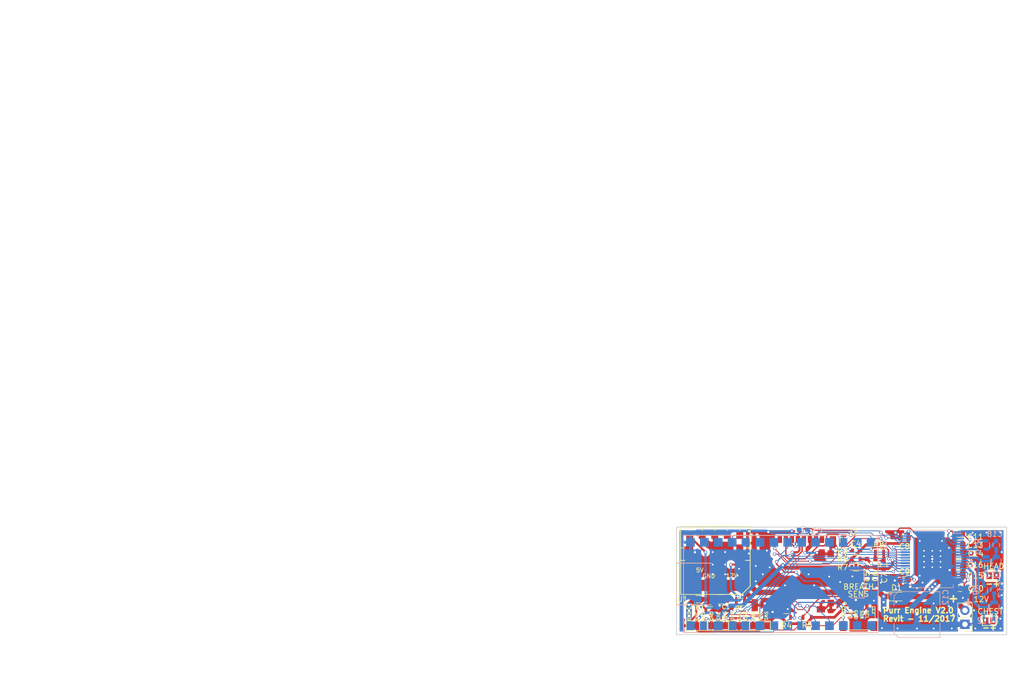
<source format=kicad_pcb>
(kicad_pcb (version 4) (host pcbnew 4.0.7)
  (layers (0 F.Cu signal) (31 B.Cu signal) (34 B.Paste user hide) (35 F.Paste user hide) (36 B.SilkS user) (37 F.SilkS user) (38 B.Mask user hide) (39 F.Mask user hide) (44 Edge.Cuts user))
  (net 0 "")
  (net 1 +3V3)
  (net 2 I2C_SCL)
  (net 3 I2C_SDA)
  (net 4 GND)
  (net 5 +12V)
  (net 6 +5V)
  (net 7 SD_MISO)
  (net 8 SD_CLK)
  (net 9 SD_MOSI)
  (net 10 SD_CS)
  (net 11 SW1)
  (net 12 SW2)
  (net 13 SW3)
  (net 14 SW4)
  (net 15 I2S_TX)
  (net 16 I2S_LRCLK)
  (net 17 I2S_MCLK)
  (net 18 I2S_BCLK)
  (net 19 AUD_GAIN_SEL)
  (net 20 AUD_RESET)
  (net 21 AUD_PWRDN)
  (net 22 AUD_OVRSMP_SEL)
  (net 23 "Net-(C5-Pad1)")
  (net 24 "Net-(C6-Pad1)")
  (net 25 "Net-(C10-Pad2)")
  (net 26 "Net-(C10-Pad1)")
  (net 27 "Net-(C17-Pad1)")
  (net 28 "Net-(C17-Pad2)")
  (net 29 "Net-(L2-Pad2)")
  (net 30 "Net-(L4-Pad2)")
  (net 31 AUD_INT)
  (net 32 "Net-(D1-Pad2)")
  (net 33 "Net-(C5-Pad2)")
  (net 34 "Net-(C7-Pad1)")
  (net 35 "Net-(C11-Pad2)")
  (net 36 "Net-(C11-Pad1)")
  (net 37 "Net-(C18-Pad2)")
  (net 38 "Net-(C18-Pad1)")
  (net 39 "Net-(J8-Pad1)")
  (net 40 "Net-(J8-Pad2)")
  (net 41 "Net-(J9-Pad1)")
  (net 42 "Net-(J9-Pad2)")
  (net 43 "Net-(R1-Pad1)")
  (net 44 "Net-(R2-Pad1)")
  (module custom:Via-0.6mm-Tented (layer F.Cu) (at 160.401 134.747)
    (fp_text reference REF** hide)
    (fp_text value Via-0.6mm-Tented hide)
    (pad 1 thru_hole circle (at 0 0) (size 0.6858 0.6858) (drill 0.3302) (layers *.Cu) (net 4 GND))
  )
  (module custom:Via-0.6mm-Tented (layer F.Cu) (at 153.416 136.398)
    (fp_text reference REF** hide)
    (fp_text value Via-0.6mm-Tented hide)
    (pad 1 thru_hole circle (at 0 0) (size 0.6858 0.6858) (drill 0.3302) (layers *.Cu) (net 4 GND))
  )
  (module custom:Via-0.6mm-Tented (layer F.Cu) (at 148.082 136.398)
    (fp_text reference REF** hide)
    (fp_text value Via-0.6mm-Tented hide)
    (pad 1 thru_hole circle (at 0 0) (size 0.6858 0.6858) (drill 0.3302) (layers *.Cu) (net 4 GND))
  )
  (module custom:Via-0.6mm-Tented (layer F.Cu) (at 187.452 126.746)
    (fp_text reference REF** hide)
    (fp_text value Via-0.6mm-Tented hide)
    (pad 1 thru_hole circle (at 0 0) (size 0.6858 0.6858) (drill 0.3302) (layers *.Cu) (net 4 GND))
  )
  (module Resistors_SMD:R_0603 (layer F.Cu) (at 158.818 128.072 90)
    (fp_text reference R3 (at -2.103 -0.195 360) (layer F.SilkS))
    (fp_text value 10K)
    (pad 1 smd rect (at -0.75 0 90) (size 0.5 0.9) (layers F.Cu F.Paste F.Mask) (net 1 +3V3))
    (pad 2 smd rect (at 0.75 0 90) (size 0.5 0.9) (layers F.Cu F.Paste F.Mask) (net 10 SD_CS))
  )
  (module Capacitors_SMD:C_0603 (layer F.Cu) (at 163.068 132.334 270)
    (fp_text reference C5 (at 2.413 0 270) (layer F.SilkS))
    (fp_text value 100n)
    (pad 2 smd rect (at 0.75 0 270) (size 0.8 0.75) (layers F.Cu F.Paste F.Mask) (net 33 "Net-(C5-Pad2)"))
    (pad 1 smd rect (at -0.75 0 270) (size 0.8 0.75) (layers F.Cu F.Paste F.Mask) (net 23 "Net-(C5-Pad1)"))
  )
  (module Connectors:GS3 (layer F.Cu) (at 131.953 143.764 270)
    (fp_text reference J7 hide)
    (fp_text value Conn_01x03)
    (pad 1 smd rect (at 0 -1.27 270) (size 1.27 0.97) (layers F.Cu F.Paste F.Mask) (net 14 SW4))
    (pad 2 smd rect (at 0 0 270) (size 1.27 0.97) (layers F.Cu F.Paste F.Mask) (net 1 +3V3))
    (pad 3 smd rect (at 0 1.27 270) (size 1.27 0.97) (layers F.Cu F.Paste F.Mask) (net 4 GND))
  )
  (module Connectors_JST:JST_SH_SM04B-SRSS-TB_04x1.00mm_Angled (layer F.Cu) (at 161.552 141.8915)
    (fp_text reference BREATH (at -0.008 -5.2395) (layer F.SilkS))
    (fp_text value I2C_CONN)
    (pad 1 smd rect (at -1.5 -1.9375) (size 0.6 1.55) (layers F.Cu F.Paste F.Mask) (net 1 +3V3))
    (pad 2 smd rect (at -0.5 -1.9375) (size 0.6 1.55) (layers F.Cu F.Paste F.Mask) (net 4 GND))
    (pad 3 smd rect (at 0.5 -1.9375) (size 0.6 1.55) (layers F.Cu F.Paste F.Mask) (net 3 I2C_SDA))
    (pad 4 smd rect (at 1.5 -1.9375) (size 0.6 1.55) (layers F.Cu F.Paste F.Mask) (net 2 I2C_SCL))
    (pad "" smd rect (at -2.8 1.9375) (size 1.2 1.8) (layers F.Cu F.Paste F.Mask))
    (pad "" smd rect (at 2.8 1.9375) (size 1.2 1.8) (layers F.Cu F.Paste F.Mask))
  )
  (module custom:Teensy3.4_SMD (layer B.Cu) (at 147.32 136.144)
    (fp_text reference U2 (at 18.8595 -7.112 90) (layer B.SilkS) (effects (justify mirror)))
    (fp_text value Teensy3.2)
    (pad 17 smd rect (at 16.51 0) (size 1.6 1.6) (layers B.Cu B.Paste B.Mask) (net 4 GND))
    (pad 19 smd rect (at 16.51 5.08) (size 1.6 1.6) (layers B.Cu B.Paste B.Mask))
    (pad 20 smd rect (at 16.51 7.62) (size 1.6 1.6) (layers B.Cu B.Paste B.Mask))
    (pad 14 smd rect (at 16.51 -7.62) (size 1.6 1.6) (layers B.Cu B.Paste B.Mask) (net 7 SD_MISO))
    (pad 21 smd rect (at 13.97 7.62) (size 1.6 1.6) (layers B.Cu B.Paste B.Mask) (net 8 SD_CLK))
    (pad 22 smd rect (at 11.43 7.62) (size 1.6 1.6) (layers B.Cu B.Paste B.Mask) (net 11 SW1))
    (pad 23 smd rect (at 8.89 7.62) (size 1.6 1.6) (layers B.Cu B.Paste B.Mask) (net 12 SW2))
    (pad 24 smd rect (at 6.35 7.62) (size 1.6 1.6) (layers B.Cu B.Paste B.Mask) (net 13 SW3))
    (pad 25 smd rect (at 3.81 7.62) (size 1.6 1.6) (layers B.Cu B.Paste B.Mask) (net 3 I2C_SDA))
    (pad 26 smd rect (at 1.27 7.62) (size 1.6 1.6) (layers B.Cu B.Paste B.Mask) (net 2 I2C_SCL))
    (pad 27 smd rect (at -1.27 7.62) (size 1.6 1.6) (layers B.Cu B.Paste B.Mask) (net 14 SW4))
    (pad 28 smd rect (at -3.81 7.62) (size 1.6 1.6) (layers B.Cu B.Paste B.Mask) (net 31 AUD_INT))
    (pad 29 smd rect (at -6.35 7.62) (size 1.6 1.6) (layers B.Cu B.Paste B.Mask) (net 15 I2S_TX))
    (pad 30 smd rect (at -8.89 7.62) (size 1.6 1.6) (layers B.Cu B.Paste B.Mask) (net 16 I2S_LRCLK))
    (pad 31 smd rect (at -11.43 7.62) (size 1.6 1.6) (layers B.Cu B.Paste B.Mask) (net 1 +3V3))
    (pad 32 smd rect (at -13.97 7.62) (size 1.6 1.6) (layers B.Cu B.Paste B.Mask))
    (pad 33 smd rect (at -16.51 7.62) (size 1.6 1.6) (layers B.Cu B.Paste B.Mask) (net 6 +5V))
    (pad 13 smd rect (at 13.97 -7.62) (size 1.6 1.6) (layers B.Cu B.Paste B.Mask) (net 17 I2S_MCLK))
    (pad 12 smd rect (at 11.43 -7.62) (size 1.6 1.6) (layers B.Cu B.Paste B.Mask) (net 10 SD_CS))
    (pad 11 smd rect (at 8.89 -7.62) (size 1.6 1.6) (layers B.Cu B.Paste B.Mask) (net 18 I2S_BCLK))
    (pad 10 smd rect (at 6.35 -7.62) (size 1.6 1.6) (layers B.Cu B.Paste B.Mask) (net 19 AUD_GAIN_SEL))
    (pad 9 smd rect (at 3.81 -7.62) (size 1.6 1.6) (layers B.Cu B.Paste B.Mask) (net 9 SD_MOSI))
    (pad 8 smd rect (at 1.27 -7.62) (size 1.6 1.6) (layers B.Cu B.Paste B.Mask) (net 20 AUD_RESET))
    (pad 7 smd rect (at -1.27 -7.62) (size 1.6 1.6) (layers B.Cu B.Paste B.Mask) (net 21 AUD_PWRDN))
    (pad 6 smd rect (at -3.81 -7.62) (size 1.6 1.6) (layers B.Cu B.Paste B.Mask))
    (pad 5 smd rect (at -6.35 -7.62) (size 1.6 1.6) (layers B.Cu B.Paste B.Mask))
    (pad 4 smd rect (at -8.89 -7.62) (size 1.6 1.6) (layers B.Cu B.Paste B.Mask) (net 22 AUD_OVRSMP_SEL))
    (pad 3 smd rect (at -11.43 -7.62) (size 1.6 1.6) (layers B.Cu B.Paste B.Mask))
    (pad 2 smd rect (at -13.97 -7.62) (size 1.6 1.6) (layers B.Cu B.Paste B.Mask))
    (pad 1 smd rect (at -16.51 -7.62) (size 1.6 1.6) (layers B.Cu B.Paste B.Mask) (net 4 GND))
  )
  (module Housings_SSOP:ST_PowerSSO-36_SlugDown_ThermalVias (layer B.Cu) (at 175.006 131.572 180)
    (fp_text reference U3 (at -6.858 -0.8255 270) (layer B.SilkS) (effects (justify mirror)))
    (fp_text value STA333ML)
    (pad 1 smd rect (at -4.9325 4.25 180) (size 1.7 0.35) (layers B.Cu B.Paste B.Mask) (net 4 GND))
    (pad 2 smd rect (at -4.9325 3.75 180) (size 1.7 0.35) (layers B.Cu B.Paste B.Mask) (net 4 GND))
    (pad 3 smd rect (at -4.9325 3.25 180) (size 1.7 0.35) (layers B.Cu B.Paste B.Mask) (net 4 GND))
    (pad 4 smd rect (at -4.9325 2.75 180) (size 1.7 0.35) (layers B.Cu B.Paste B.Mask) (net 36 "Net-(C11-Pad1)"))
    (pad 5 smd rect (at -4.9325 2.25 180) (size 1.7 0.35) (layers B.Cu B.Paste B.Mask) (net 35 "Net-(C11-Pad2)"))
    (pad 6 smd rect (at -4.9325 1.75 180) (size 1.7 0.35) (layers B.Cu B.Paste B.Mask) (net 30 "Net-(L4-Pad2)"))
    (pad 7 smd rect (at -4.9325 1.25 180) (size 1.7 0.35) (layers B.Cu B.Paste B.Mask) (net 4 GND))
    (pad 8 smd rect (at -4.9325 0.75 180) (size 1.7 0.35) (layers B.Cu B.Paste B.Mask) (net 5 +12V))
    (pad 9 smd rect (at -4.9325 0.25 180) (size 1.7 0.35) (layers B.Cu B.Paste B.Mask) (net 38 "Net-(C18-Pad1)"))
    (pad 10 smd rect (at -4.9325 -0.25 180) (size 1.7 0.35) (layers B.Cu B.Paste B.Mask) (net 29 "Net-(L2-Pad2)"))
    (pad 11 smd rect (at -4.9325 -0.75 180) (size 1.7 0.35) (layers B.Cu B.Paste B.Mask) (net 5 +12V))
    (pad 12 smd rect (at -4.9325 -1.25 180) (size 1.7 0.35) (layers B.Cu B.Paste B.Mask) (net 4 GND))
    (pad 13 smd rect (at -4.9325 -1.75 180) (size 1.7 0.35) (layers B.Cu B.Paste B.Mask) (net 27 "Net-(C17-Pad1)"))
    (pad 14 smd rect (at -4.9325 -2.25 180) (size 1.7 0.35) (layers B.Cu B.Paste B.Mask) (net 26 "Net-(C10-Pad1)"))
    (pad 15 smd rect (at -4.9325 -2.75 180) (size 1.7 0.35) (layers B.Cu B.Paste B.Mask) (net 25 "Net-(C10-Pad2)"))
    (pad 16 smd rect (at -4.9325 -3.25 180) (size 1.7 0.35) (layers B.Cu B.Paste B.Mask) (net 4 GND))
    (pad 17 smd rect (at -4.9325 -3.75 180) (size 1.7 0.35) (layers B.Cu B.Paste B.Mask) (net 4 GND))
    (pad 18 smd rect (at -4.9325 -4.25 180) (size 1.7 0.35) (layers B.Cu B.Paste B.Mask) (net 4 GND))
    (pad 19 smd rect (at 4.9325 -4.25 180) (size 1.7 0.35) (layers B.Cu B.Paste B.Mask) (net 4 GND))
    (pad 20 smd rect (at 4.9325 -3.75 180) (size 1.7 0.35) (layers B.Cu B.Paste B.Mask) (net 4 GND))
    (pad 21 smd rect (at 4.9325 -3.25 180) (size 1.7 0.35) (layers B.Cu B.Paste B.Mask) (net 1 +3V3))
    (pad 22 smd rect (at 4.9325 -2.75 180) (size 1.7 0.35) (layers B.Cu B.Paste B.Mask) (net 4 GND))
    (pad 23 smd rect (at 4.9325 -2.25 180) (size 1.7 0.35) (layers B.Cu B.Paste B.Mask) (net 21 AUD_PWRDN))
    (pad 24 smd rect (at 4.9325 -1.75 180) (size 1.7 0.35) (layers B.Cu B.Paste B.Mask) (net 23 "Net-(C5-Pad1)"))
    (pad 25 smd rect (at 4.9325 -1.25 180) (size 1.7 0.35) (layers B.Cu B.Paste B.Mask) (net 34 "Net-(C7-Pad1)"))
    (pad 26 smd rect (at 4.9325 -0.75 180) (size 1.7 0.35) (layers B.Cu B.Paste B.Mask) (net 33 "Net-(C5-Pad2)"))
    (pad 27 smd rect (at 4.9325 -0.25 180) (size 1.7 0.35) (layers B.Cu B.Paste B.Mask) (net 17 I2S_MCLK))
    (pad 28 smd rect (at 4.9325 0.25 180) (size 1.7 0.35) (layers B.Cu B.Paste B.Mask) (net 18 I2S_BCLK))
    (pad 29 smd rect (at 4.9325 0.75 180) (size 1.7 0.35) (layers B.Cu B.Paste B.Mask) (net 16 I2S_LRCLK))
    (pad 30 smd rect (at 4.9325 1.25 180) (size 1.7 0.35) (layers B.Cu B.Paste B.Mask) (net 15 I2S_TX))
    (pad 31 smd rect (at 4.9325 1.75 180) (size 1.7 0.35) (layers B.Cu B.Paste B.Mask) (net 20 AUD_RESET))
    (pad 32 smd rect (at 4.9325 2.25 180) (size 1.7 0.35) (layers B.Cu B.Paste B.Mask) (net 31 AUD_INT))
    (pad 33 smd rect (at 4.9325 2.75 180) (size 1.7 0.35) (layers B.Cu B.Paste B.Mask) (net 22 AUD_OVRSMP_SEL))
    (pad 34 smd rect (at 4.9325 3.25 180) (size 1.7 0.35) (layers B.Cu B.Paste B.Mask) (net 19 AUD_GAIN_SEL))
    (pad 35 smd rect (at 4.9325 3.75 180) (size 1.7 0.35) (layers B.Cu B.Paste B.Mask) (net 4 GND))
    (pad 36 smd rect (at 4.9325 4.25 180) (size 1.7 0.35) (layers B.Cu B.Paste B.Mask) (net 1 +3V3))
    (pad 37 smd rect (at 0 0 180) (size 5.2 7.5) (layers B.Cu B.Paste B.Mask) (net 4 GND))
    (pad 37 thru_hole circle (at -1.5 1.5 180) (size 0.6 0.6) (drill 0.3) (layers *.Cu *.Mask) (net 4 GND))
    (pad 37 thru_hole circle (at 0 1.5 180) (size 0.6 0.6) (drill 0.3) (layers *.Cu *.Mask) (net 4 GND))
    (pad 37 thru_hole circle (at 1.5 1.5 180) (size 0.6 0.6) (drill 0.3) (layers *.Cu *.Mask) (net 4 GND))
    (pad 37 thru_hole circle (at -1.5 0.5 180) (size 0.6 0.6) (drill 0.3) (layers *.Cu *.Mask) (net 4 GND))
    (pad 37 thru_hole circle (at 0 0.5 180) (size 0.6 0.6) (drill 0.3) (layers *.Cu *.Mask) (net 4 GND))
    (pad 37 thru_hole circle (at 1.5 0.5 180) (size 0.6 0.6) (drill 0.3) (layers *.Cu *.Mask) (net 4 GND))
    (pad 37 thru_hole circle (at -1.5 -0.5 180) (size 0.6 0.6) (drill 0.3) (layers *.Cu *.Mask) (net 4 GND))
    (pad 37 thru_hole circle (at 0 -0.5 180) (size 0.6 0.6) (drill 0.3) (layers *.Cu *.Mask) (net 4 GND))
    (pad 37 thru_hole circle (at 1.5 -0.5 180) (size 0.6 0.6) (drill 0.3) (layers *.Cu *.Mask) (net 4 GND))
    (pad 37 thru_hole circle (at -1.5 -1.5 180) (size 0.6 0.6) (drill 0.3) (layers *.Cu *.Mask) (net 4 GND))
    (pad 37 thru_hole circle (at 0 -1.5 180) (size 0.6 0.6) (drill 0.3) (layers *.Cu *.Mask) (net 4 GND))
    (pad 37 thru_hole circle (at 1.5 -1.5 180) (size 0.6 0.6) (drill 0.3) (layers *.Cu *.Mask) (net 4 GND))
    (pad 37 smd rect (at 0 0 180) (size 4.3 4.3) (layers F.Cu F.Mask) (net 4 GND))
  )
  (module Resistors_SMD:R_0805 (layer B.Cu) (at 186.309 140.462 90)
    (fp_text reference L1 (at -2.286 -0.127 360) (layer B.SilkS) (effects (justify mirror)))
    (fp_text value Bead)
    (pad 1 smd rect (at -0.95 0 90) (size 0.7 1.3) (layers B.Cu B.Paste B.Mask) (net 39 "Net-(J8-Pad1)"))
    (pad 2 smd rect (at 0.95 0 90) (size 0.7 1.3) (layers B.Cu B.Paste B.Mask) (net 27 "Net-(C17-Pad1)"))
  )
  (module Capacitors_SMD:C_0603 (layer F.Cu) (at 161.036 130.048 180)
    (fp_text reference C4 (at 0 1.27 180) (layer F.SilkS))
    (fp_text value 100n)
    (pad 2 smd rect (at 0.75 0 180) (size 0.8 0.75) (layers F.Cu F.Paste F.Mask) (net 4 GND))
    (pad 1 smd rect (at -0.75 0 180) (size 0.8 0.75) (layers F.Cu F.Paste F.Mask) (net 1 +3V3))
  )
  (module Capacitors_SMD:C_0603 (layer F.Cu) (at 164.592 132.346 270)
    (fp_text reference C6 (at 2.401 0 270) (layer F.SilkS))
    (fp_text value 4.7n)
    (pad 2 smd rect (at 0.75 0 270) (size 0.8 0.75) (layers F.Cu F.Paste F.Mask) (net 33 "Net-(C5-Pad2)"))
    (pad 1 smd rect (at -0.75 0 270) (size 0.8 0.75) (layers F.Cu F.Paste F.Mask) (net 24 "Net-(C6-Pad1)"))
  )
  (module Capacitors_SMD:C_0603 (layer F.Cu) (at 166.116 132.6 270)
    (fp_text reference C7 (at 2.401 -0.127 450) (layer F.SilkS))
    (fp_text value 680p)
    (pad 2 smd rect (at 0.75 0 270) (size 0.8 0.75) (layers F.Cu F.Paste F.Mask) (net 33 "Net-(C5-Pad2)"))
    (pad 1 smd rect (at -0.75 0 270) (size 0.8 0.75) (layers F.Cu F.Paste F.Mask) (net 34 "Net-(C7-Pad1)"))
  )
  (module Capacitors_SMD:C_0603 (layer F.Cu) (at 169.926 127.762 180)
    (fp_text reference C8 (at 0 -1.5 180) (layer F.SilkS))
    (fp_text value 100n)
    (pad 2 smd rect (at 0.75 0 180) (size 0.8 0.75) (layers F.Cu F.Paste F.Mask) (net 4 GND))
    (pad 1 smd rect (at -0.75 0 180) (size 0.8 0.75) (layers F.Cu F.Paste F.Mask) (net 1 +3V3))
  )
  (module Capacitors_SMD:C_0603 (layer F.Cu) (at 169.926 135.382)
    (fp_text reference C9 (at 0 -1.5) (layer F.SilkS))
    (fp_text value 100n)
    (pad 2 smd rect (at 0.75 0) (size 0.8 0.75) (layers F.Cu F.Paste F.Mask) (net 1 +3V3))
    (pad 1 smd rect (at -0.75 0) (size 0.8 0.75) (layers F.Cu F.Paste F.Mask) (net 4 GND))
  )
  (module Capacitors_SMD:C_0603 (layer F.Cu) (at 179.832 127)
    (fp_text reference C11 (at 3.048 0.508) (layer F.SilkS))
    (fp_text value 100n)
    (pad 2 smd rect (at 0.75 0) (size 0.8 0.75) (layers F.Cu F.Paste F.Mask) (net 35 "Net-(C11-Pad2)"))
    (pad 1 smd rect (at -0.75 0) (size 0.8 0.75) (layers F.Cu F.Paste F.Mask) (net 36 "Net-(C11-Pad1)"))
  )
  (module Capacitors_SMD:C_0603 (layer F.Cu) (at 179.832 128.778)
    (fp_text reference C13 (at 3.048 0.254) (layer F.SilkS))
    (fp_text value 100n)
    (pad 2 smd rect (at 0.75 0) (size 0.8 0.75) (layers F.Cu F.Paste F.Mask) (net 5 +12V))
    (pad 1 smd rect (at -0.75 0) (size 0.8 0.75) (layers F.Cu F.Paste F.Mask) (net 4 GND))
  )
  (module Capacitors_SMD:C_0603 (layer F.Cu) (at 179.832 134.366)
    (fp_text reference C15 (at 3.048 0.254) (layer F.SilkS))
    (fp_text value 100n)
    (pad 2 smd rect (at 0.75 0) (size 0.8 0.75) (layers F.Cu F.Paste F.Mask) (net 5 +12V))
    (pad 1 smd rect (at -0.75 0) (size 0.8 0.75) (layers F.Cu F.Paste F.Mask) (net 4 GND))
  )
  (module Resistors_SMD:R_0805 (layer B.Cu) (at 184.404 140.462 90)
    (fp_text reference L2 (at -2.3876 -0.3556 180) (layer B.SilkS) (effects (justify mirror)))
    (fp_text value Bead)
    (pad 1 smd rect (at -0.95 0 90) (size 0.7 1.3) (layers B.Cu B.Paste B.Mask) (net 40 "Net-(J8-Pad2)"))
    (pad 2 smd rect (at 0.95 0 90) (size 0.7 1.3) (layers B.Cu B.Paste B.Mask) (net 29 "Net-(L2-Pad2)"))
  )
  (module Resistors_SMD:R_0805 (layer B.Cu) (at 186.69 132.146 90)
    (fp_text reference L3 (at -2.3216 -0.0508 180) (layer B.SilkS) (effects (justify mirror)))
    (fp_text value Bead)
    (pad 1 smd rect (at -0.95 0 90) (size 0.7 1.3) (layers B.Cu B.Paste B.Mask) (net 41 "Net-(J9-Pad1)"))
    (pad 2 smd rect (at 0.95 0 90) (size 0.7 1.3) (layers B.Cu B.Paste B.Mask) (net 38 "Net-(C18-Pad1)"))
  )
  (module Resistors_SMD:R_0805 (layer B.Cu) (at 184.785 132.146 90)
    (fp_text reference L4 (at -2.3724 -0.1778 180) (layer B.SilkS) (effects (justify mirror)))
    (fp_text value Bead)
    (pad 1 smd rect (at -0.95 0 90) (size 0.7 1.3) (layers B.Cu B.Paste B.Mask) (net 42 "Net-(J9-Pad2)"))
    (pad 2 smd rect (at 0.95 0 90) (size 0.7 1.3) (layers B.Cu B.Paste B.Mask) (net 30 "Net-(L4-Pad2)"))
  )
  (module Resistors_SMD:R_0603 (layer F.Cu) (at 148.348 142.24)
    (fp_text reference R4 (at 0 1.524) (layer F.SilkS))
    (fp_text value 2K2)
    (pad 1 smd rect (at -0.75 0) (size 0.5 0.9) (layers F.Cu F.Paste F.Mask) (net 1 +3V3))
    (pad 2 smd rect (at 0.75 0) (size 0.5 0.9) (layers F.Cu F.Paste F.Mask) (net 2 I2C_SCL))
  )
  (module Resistors_SMD:R_0603 (layer F.Cu) (at 152.146 142.24 180)
    (fp_text reference R5 (at 0 -1.45 180) (layer F.SilkS))
    (fp_text value 2K2)
    (pad 1 smd rect (at -0.75 0 180) (size 0.5 0.9) (layers F.Cu F.Paste F.Mask) (net 1 +3V3))
    (pad 2 smd rect (at 0.75 0 180) (size 0.5 0.9) (layers F.Cu F.Paste F.Mask) (net 3 I2C_SDA))
  )
  (module Resistors_SMD:R_0603 (layer F.Cu) (at 161.048 131.572 180)
    (fp_text reference R6 (at 2.425 0 180) (layer F.SilkS))
    (fp_text value 0)
    (pad 1 smd rect (at -0.75 0 180) (size 0.5 0.9) (layers F.Cu F.Paste F.Mask) (net 23 "Net-(C5-Pad1)"))
    (pad 2 smd rect (at 0.75 0 180) (size 0.5 0.9) (layers F.Cu F.Paste F.Mask) (net 1 +3V3))
  )
  (module Resistors_SMD:R_0603 (layer F.Cu) (at 161.048 133.096 180)
    (fp_text reference R7 (at 2.425 0 180) (layer F.SilkS))
    (fp_text value 0)
    (pad 1 smd rect (at -0.75 0 180) (size 0.5 0.9) (layers F.Cu F.Paste F.Mask) (net 33 "Net-(C5-Pad2)"))
    (pad 2 smd rect (at 0.75 0 180) (size 0.5 0.9) (layers F.Cu F.Paste F.Mask) (net 4 GND))
  )
  (module Resistors_SMD:R_0603 (layer F.Cu) (at 165.366 130.302 180)
    (fp_text reference R8 (at 0.139 1.397 180) (layer F.SilkS))
    (fp_text value 2.2K)
    (pad 1 smd rect (at -0.75 0 180) (size 0.5 0.9) (layers F.Cu F.Paste F.Mask) (net 34 "Net-(C7-Pad1)"))
    (pad 2 smd rect (at 0.75 0 180) (size 0.5 0.9) (layers F.Cu F.Paste F.Mask) (net 24 "Net-(C6-Pad1)"))
  )
  (module Capacitors_SMD:C_0603 (layer F.Cu) (at 180.086 136.906)
    (fp_text reference C10 (at 2.8575 0.0635) (layer F.SilkS))
    (fp_text value 100n)
    (pad 2 smd rect (at 0.75 0) (size 0.8 0.75) (layers F.Cu F.Paste F.Mask) (net 25 "Net-(C10-Pad2)"))
    (pad 1 smd rect (at -0.75 0) (size 0.8 0.75) (layers F.Cu F.Paste F.Mask) (net 26 "Net-(C10-Pad1)"))
  )
  (module Resistors_SMD:R_0603 (layer B.Cu) (at 184.404 137.287 90)
    (fp_text reference R9 (at 0.0762 -1.4224 90) (layer B.SilkS) (effects (justify mirror)))
    (fp_text value 2.2K)
    (pad 1 smd rect (at -0.75 0 90) (size 0.5 0.9) (layers B.Cu B.Paste B.Mask) (net 28 "Net-(C17-Pad2)"))
    (pad 2 smd rect (at 0.75 0 90) (size 0.5 0.9) (layers B.Cu B.Paste B.Mask) (net 29 "Net-(L2-Pad2)"))
  )
  (module Resistors_SMD:R_0603 (layer B.Cu) (at 184.785 129.044 90)
    (fp_text reference R10 (at -0.242 -1.397 270) (layer B.SilkS) (effects (justify mirror)))
    (fp_text value 2.2K)
    (pad 1 smd rect (at -0.75 0 90) (size 0.5 0.9) (layers B.Cu B.Paste B.Mask) (net 37 "Net-(C18-Pad2)"))
    (pad 2 smd rect (at 0.75 0 90) (size 0.5 0.9) (layers B.Cu B.Paste B.Mask) (net 30 "Net-(L4-Pad2)"))
  )
  (module Capacitors_SMD:C_0805 (layer F.Cu) (at 136.382 138.938 180)
    (fp_text reference C1 (at -0.905 -1.397 180) (layer F.SilkS) (effects (font (size 0.762 0.762))))
    (fp_text value .33u)
    (pad 1 smd rect (at -1 0 180) (size 1 1.25) (layers F.Cu F.Paste F.Mask) (net 5 +12V))
    (pad 2 smd rect (at 1 0 180) (size 1 1.25) (layers F.Cu F.Paste F.Mask) (net 4 GND))
  )
  (module Resistors_SMD:R_0603 (layer F.Cu) (at 132.322 138.938)
    (fp_text reference C2 (at -1.766 1.3335) (layer F.SilkS) (effects (font (size 0.762 0.762))))
    (fp_text value 100n)
    (pad 1 smd rect (at -0.75 0) (size 0.5 0.9) (layers F.Cu F.Paste F.Mask) (net 6 +5V))
    (pad 2 smd rect (at 0.75 0) (size 0.5 0.9) (layers F.Cu F.Paste F.Mask) (net 4 GND))
  )
  (module Capacitors_SMD:CP_Elec_8x6.7 (layer B.Cu) (at 172.21 141.732)
    (fp_text reference C12 (at 5.2344 -3.1496 90) (layer B.SilkS) (effects (justify mirror)))
    (fp_text value "47u 25V")
    (fp_text user + (at -4.78 -3.91) (layer B.SilkS) (effects (justify mirror)))
    (pad 1 smd rect (at -3.05 0 180) (size 4 2.5) (layers B.Cu B.Paste B.Mask) (net 5 +12V))
    (pad 2 smd rect (at 3.05 0 180) (size 4 2.5) (layers B.Cu B.Paste B.Mask) (net 4 GND))
  )
  (module Capacitors_SMD:C_0805 (layer F.Cu) (at 179.832 130.556)
    (fp_text reference C14 (at 3.1115 0.0635) (layer F.SilkS))
    (fp_text value 1u)
    (pad 1 smd rect (at -1 0) (size 1 1.25) (layers F.Cu F.Paste F.Mask) (net 4 GND))
    (pad 2 smd rect (at 1 0) (size 1 1.25) (layers F.Cu F.Paste F.Mask) (net 5 +12V))
  )
  (module Capacitors_SMD:C_0805 (layer F.Cu) (at 179.832 132.588)
    (fp_text reference C16 (at 3.048 0.0635) (layer F.SilkS))
    (fp_text value 1u)
    (pad 1 smd rect (at -1 0) (size 1 1.25) (layers F.Cu F.Paste F.Mask) (net 4 GND))
    (pad 2 smd rect (at 1 0) (size 1 1.25) (layers F.Cu F.Paste F.Mask) (net 5 +12V))
  )
  (module Capacitors_SMD:C_0603 (layer B.Cu) (at 186.309 137.16 90)
    (fp_text reference C17 (at 0 1.2954 90) (layer B.SilkS) (effects (justify mirror)))
    (fp_text value 100n)
    (pad 2 smd rect (at 0.75 0 90) (size 0.8 0.75) (layers B.Cu B.Paste B.Mask) (net 28 "Net-(C17-Pad2)"))
    (pad 1 smd rect (at -0.75 0 90) (size 0.8 0.75) (layers B.Cu B.Paste B.Mask) (net 27 "Net-(C17-Pad1)"))
  )
  (module Capacitors_SMD:C_0603 (layer B.Cu) (at 186.69 129.02 90)
    (fp_text reference C18 (at 2.02 -0.254 180) (layer B.SilkS) (effects (justify mirror)))
    (fp_text value 100n)
    (pad 2 smd rect (at 0.75 0 90) (size 0.8 0.75) (layers B.Cu B.Paste B.Mask) (net 37 "Net-(C18-Pad2)"))
    (pad 1 smd rect (at -0.75 0 90) (size 0.8 0.75) (layers B.Cu B.Paste B.Mask) (net 38 "Net-(C18-Pad1)"))
  )
  (module Connectors:GS3 (layer F.Cu) (at 143.51 143.764 270)
    (fp_text reference J4 hide)
    (fp_text value Conn_01x03)
    (pad 1 smd rect (at 0 -1.27 270) (size 1.27 0.97) (layers F.Cu F.Paste F.Mask) (net 11 SW1))
    (pad 2 smd rect (at 0 0 270) (size 1.27 0.97) (layers F.Cu F.Paste F.Mask) (net 1 +3V3))
    (pad 3 smd rect (at 0 1.27 270) (size 1.27 0.97) (layers F.Cu F.Paste F.Mask) (net 4 GND))
  )
  (module Connectors:GS3 (layer F.Cu) (at 139.7 143.764 270)
    (fp_text reference J5 hide)
    (fp_text value Conn_01x03)
    (pad 1 smd rect (at 0 -1.27 270) (size 1.27 0.97) (layers F.Cu F.Paste F.Mask) (net 12 SW2))
    (pad 2 smd rect (at 0 0 270) (size 1.27 0.97) (layers F.Cu F.Paste F.Mask) (net 1 +3V3))
    (pad 3 smd rect (at 0 1.27 270) (size 1.27 0.97) (layers F.Cu F.Paste F.Mask) (net 4 GND))
  )
  (module Connectors:GS3 (layer F.Cu) (at 135.89 143.764 270)
    (fp_text reference J6 hide)
    (fp_text value Conn_01x03)
    (pad 1 smd rect (at 0 -1.27 270) (size 1.27 0.97) (layers F.Cu F.Paste F.Mask) (net 13 SW3))
    (pad 2 smd rect (at 0 0 270) (size 1.27 0.97) (layers F.Cu F.Paste F.Mask) (net 1 +3V3))
    (pad 3 smd rect (at 0 1.27 270) (size 1.27 0.97) (layers F.Cu F.Paste F.Mask) (net 4 GND))
  )
  (module Connectors:GS2 (layer F.Cu) (at 185.42 142.875 270)
    (fp_text reference CHEST (at -1.7145 -0.1905 360) (layer F.SilkS))
    (fp_text value TRANSDUCER_A)
    (pad 1 smd rect (at 0 -0.64 270) (size 1.27 0.97) (layers F.Cu F.Paste F.Mask) (net 39 "Net-(J8-Pad1)"))
    (pad 2 smd rect (at 0 0.64 270) (size 1.27 0.97) (layers F.Cu F.Paste F.Mask) (net 40 "Net-(J8-Pad2)"))
  )
  (module Connectors:GS2 (layer F.Cu) (at 186.05 134.62 270)
    (fp_text reference HEAD (at -1.7272 -0.1828 360) (layer F.SilkS))
    (fp_text value TRANSDUCER_B)
    (pad 1 smd rect (at 0 -0.64 270) (size 1.27 0.97) (layers F.Cu F.Paste F.Mask) (net 41 "Net-(J9-Pad1)"))
    (pad 2 smd rect (at 0 0.64 270) (size 1.27 0.97) (layers F.Cu F.Paste F.Mask) (net 42 "Net-(J9-Pad2)"))
  )
  (module Diodes_SMD:D_0805 (layer F.Cu) (at 168.495 138.43)
    (fp_text reference D1 (at 0 -1.6) (layer F.SilkS))
    (fp_text value D)
    (pad 1 smd rect (at -1.05 0) (size 0.8 0.9) (layers F.Cu F.Paste F.Mask) (net 5 +12V))
    (pad 2 smd rect (at 1.05 0) (size 0.8 0.9) (layers F.Cu F.Paste F.Mask) (net 32 "Net-(D1-Pad2)"))
  )
  (module Pin_Headers:Pin_Header_Straight_1x02_Pitch2.54mm (layer F.Cu) (at 180.975 143.51 180)
    (fp_text reference 12V (at -2.9718 4.572 180) (layer F.SilkS))
    (fp_text value "12V PWR")
    (pad 1 thru_hole rect (at 0 0 180) (size 1.7 1.7) (drill 1) (layers *.Cu *.Mask) (net 4 GND))
    (pad 2 thru_hole oval (at 0 2.54 180) (size 1.7 1.7) (drill 1) (layers *.Cu *.Mask) (net 32 "Net-(D1-Pad2)"))
  )
  (module Resistors_SMD:R_0603 (layer F.Cu) (at 134.378 140.97)
    (fp_text reference R2 (at -1.917 -0.4445) (layer F.SilkS) (effects (font (size 0.762 0.762))))
    (fp_text value 2.18K)
    (pad 1 smd rect (at -0.75 0) (size 0.5 0.9) (layers F.Cu F.Paste F.Mask) (net 44 "Net-(R2-Pad1)"))
    (pad 2 smd rect (at 0.75 0) (size 0.5 0.9) (layers F.Cu F.Paste F.Mask) (net 4 GND))
  )
  (module Resistors_SMD:R_0603 (layer F.Cu) (at 139.942 139.446)
    (fp_text reference R1 (at -0.242 1.143) (layer F.SilkS) (effects (font (size 0.762 0.762))))
    (fp_text value 0)
    (pad 1 smd rect (at -0.75 0) (size 0.5 0.9) (layers F.Cu F.Paste F.Mask) (net 43 "Net-(R1-Pad1)"))
    (pad 2 smd rect (at 0.75 0) (size 0.5 0.9) (layers F.Cu F.Paste F.Mask) (net 4 GND))
  )
  (module custom:MURATA_OKL1 (layer F.Cu) (at 141.732 125.349 180)
    (fp_text reference U1 (at 12.3825 -13.589 180) (layer F.SilkS))
    (fp_text value OKL-T/1-W12N-C)
    (pad 9 smd rect (at 1.905 -1.905 180) (size 1.27 1.27) (layers F.Cu F.Paste F.Mask))
    (pad 8 smd rect (at 4.191 -1.905 180) (size 1.27 1.27) (layers F.Cu F.Paste F.Mask))
    (pad 7 smd rect (at 6.477 -1.905 180) (size 1.27 1.27) (layers F.Cu F.Paste F.Mask) (net 4 GND))
    (pad 12 smd rect (at 8.763 -1.905 180) (size 1.27 1.27) (layers F.Cu F.Paste F.Mask))
    (pad 6 smd rect (at 11.049 -1.905 180) (size 1.27 1.27) (layers F.Cu F.Paste F.Mask) (net 44 "Net-(R2-Pad1)"))
    (pad 10 smd rect (at 1.905 -4.191 180) (size 1.27 1.27) (layers F.Cu F.Paste F.Mask))
    (pad 1 smd rect (at 1.905 -6.477 180) (size 1.27 1.27) (layers F.Cu F.Paste F.Mask) (net 43 "Net-(R1-Pad1)"))
    (pad 11 smd rect (at 11.049 -4.191 180) (size 1.27 1.27) (layers F.Cu F.Paste F.Mask) (net 4 GND))
    (pad 5 smd rect (at 11.049 -6.477 180) (size 1.27 1.27) (layers F.Cu F.Paste F.Mask))
    (pad 2 smd rect (at 3.048 -11.049 180) (size 4.064 2.032) (layers F.Cu F.Paste F.Mask) (net 5 +12V))
    (pad 3 smd rect (at 7.62 -11.049 180) (size 4.064 2.032) (layers F.Cu F.Paste F.Mask) (net 4 GND))
    (pad 4 smd rect (at 11.049 -9.906 270) (size 4.064 1.778) (layers F.Cu F.Paste F.Mask) (net 6 +5V))
  )
  (module Capacitors_SMD:C_0603 (layer B.Cu) (at 151.396 126.238)
    (fp_text reference C3 (at 2.5788 0.254) (layer B.SilkS) (effects (justify mirror)))
    (fp_text value 100n)
    (pad 2 smd rect (at 0.75 0) (size 0.8 0.75) (layers B.Cu B.Paste B.Mask) (net 4 GND))
    (pad 1 smd rect (at -0.75 0) (size 0.8 0.75) (layers B.Cu B.Paste B.Mask) (net 1 +3V3))
  )
  (module custom:SDCard_Molex_5031821852 (layer F.Cu) (at 141.954 126.116)
    (fp_text reference J2 (at 18.574 0.503) (layer F.SilkS))
    (fp_text value Micro_SD_Card)
    (pad 9 connect rect (at 14.5 4.5) (size 1.16 1.25) (layers F.Cu F.Mask) (net 4 GND))
    (pad 6 connect rect (at 12.7 14.65) (size 1.5 1.15) (layers F.Cu F.Mask) (net 4 GND))
    (pad 6 connect rect (at 4.9 14.65) (size 1.5 1.15) (layers F.Cu F.Mask) (net 4 GND))
    (pad 6 connect rect (at 14.9 2.4) (size 1.15 2.2) (layers F.Cu F.Mask) (net 4 GND))
    (pad 6 connect rect (at 0.6 13.9) (size 1.15 2.2) (layers F.Cu F.Mask) (net 4 GND))
    (pad 1 smd rect (at 5.2 1.9) (size 0.8 1.24) (layers F.Cu F.Paste F.Mask))
    (pad 2 smd rect (at 6.3 1.9) (size 0.8 1.24) (layers F.Cu F.Paste F.Mask) (net 10 SD_CS))
    (pad 3 smd rect (at 7.4 1.9) (size 0.8 1.24) (layers F.Cu F.Paste F.Mask) (net 9 SD_MOSI))
    (pad 4 smd rect (at 8.5 1.9) (size 0.8 1.24) (layers F.Cu F.Paste F.Mask) (net 1 +3V3))
    (pad 5 smd rect (at 9.6 1.9) (size 0.8 1.24) (layers F.Cu F.Paste F.Mask) (net 8 SD_CLK))
    (pad 6 smd rect (at 10.7 1.9) (size 0.8 1.24) (layers F.Cu F.Paste F.Mask) (net 4 GND))
    (pad 7 smd rect (at 11.8 1.9) (size 0.8 1.24) (layers F.Cu F.Paste F.Mask) (net 7 SD_MISO))
    (pad 8 smd rect (at 12.9 1.9) (size 0.8 1.24) (layers F.Cu F.Paste F.Mask))
    (pad 6 connect rect (at 0.5 2.55) (size 0.95 2.5) (layers F.Cu F.Mask) (net 4 GND))
    (pad 9 connect rect (at 14.5 13.5) (size 1.16 1.2) (layers F.Cu F.Mask) (net 4 GND))
  )
  (module custom:Via-0.6mm-Tented (layer F.Cu) (at 158.17088 135.77316)
    (fp_text reference REF** hide)
    (fp_text value Via-0.6mm-Tented hide)
    (pad 1 thru_hole circle (at 0 0) (size 0.6858 0.6858) (drill 0.3302) (layers *.Cu) (net 4 GND))
  )
  (module custom:Via-0.6mm-Tented (layer F.Cu) (at 156.1592 134.79272)
    (fp_text reference REF** hide)
    (fp_text value Via-0.6mm-Tented hide)
    (pad 1 thru_hole circle (at 0 0) (size 0.6858 0.6858) (drill 0.3302) (layers *.Cu) (net 4 GND))
  )
  (module custom:Via-0.6mm-Tented (layer F.Cu) (at 152.4 134.366)
    (fp_text reference REF** hide)
    (fp_text value Via-0.6mm-Tented hide)
    (pad 1 thru_hole circle (at 0 0) (size 0.6858 0.6858) (drill 0.3302) (layers *.Cu) (net 4 GND))
  )
  (module custom:Via-0.6mm-Tented (layer F.Cu) (at 172.20184 141.63548)
    (fp_text reference REF** hide)
    (fp_text value Via-0.6mm-Tented hide)
    (pad 1 thru_hole circle (at 0 0) (size 0.6858 0.6858) (drill 0.3302) (layers *.Cu) (net 4 GND))
  )
  (module custom:Via-0.6mm-Tented (layer F.Cu) (at 165.81628 144.21612)
    (fp_text reference REF** hide)
    (fp_text value Via-0.6mm-Tented hide)
    (pad 1 thru_hole circle (at 0 0) (size 0.6858 0.6858) (drill 0.3302) (layers *.Cu) (net 4 GND))
  )
  (module custom:Via-0.6mm-Tented (layer F.Cu) (at 168.656 144.272)
    (fp_text reference REF** hide)
    (fp_text value Via-0.6mm-Tented hide)
    (pad 1 thru_hole circle (at 0 0) (size 0.6858 0.6858) (drill 0.3302) (layers *.Cu) (net 4 GND))
  )
  (module custom:Via-0.6mm-Tented (layer F.Cu) (at 172.212 144.272)
    (fp_text reference REF** hide)
    (fp_text value Via-0.6mm-Tented hide)
    (pad 1 thru_hole circle (at 0 0) (size 0.6858 0.6858) (drill 0.3302) (layers *.Cu) (net 4 GND))
  )
  (module custom:Via-0.6mm-Tented (layer F.Cu) (at 178.562 144.272)
    (fp_text reference REF** hide)
    (fp_text value Via-0.6mm-Tented hide)
    (pad 1 thru_hole circle (at 0 0) (size 0.6858 0.6858) (drill 0.3302) (layers *.Cu) (net 4 GND))
  )
  (module custom:Via-0.6mm-Tented (layer F.Cu) (at 178.816 141.732)
    (fp_text reference REF** hide)
    (fp_text value Via-0.6mm-Tented hide)
    (pad 1 thru_hole circle (at 0 0) (size 0.6858 0.6858) (drill 0.3302) (layers *.Cu) (net 4 GND))
  )
  (module custom:Via-0.6mm-Tented (layer F.Cu) (at 175.26 139.7)
    (fp_text reference REF** hide)
    (fp_text value Via-0.6mm-Tented hide)
    (pad 1 thru_hole circle (at 0 0) (size 0.6858 0.6858) (drill 0.3302) (layers *.Cu) (net 4 GND))
  )
  (module custom:Via-0.6mm-Tented (layer F.Cu) (at 168.402 139.446)
    (fp_text reference REF** hide)
    (fp_text value Via-0.6mm-Tented hide)
    (pad 1 thru_hole circle (at 0 0) (size 0.6858 0.6858) (drill 0.3302) (layers *.Cu) (net 4 GND))
  )
  (module custom:Via-0.6mm-Tented (layer F.Cu) (at 165.608 135.89)
    (fp_text reference REF** hide)
    (fp_text value Via-0.6mm-Tented hide)
    (pad 1 thru_hole circle (at 0 0) (size 0.6858 0.6858) (drill 0.3302) (layers *.Cu) (net 4 GND))
  )
  (module custom:Via-0.6mm-Tented (layer F.Cu) (at 168.402 137.16)
    (fp_text reference REF** hide)
    (fp_text value Via-0.6mm-Tented hide)
    (pad 1 thru_hole circle (at 0 0) (size 0.6858 0.6858) (drill 0.3302) (layers *.Cu) (net 4 GND))
  )
  (module custom:Via-0.6mm-Tented (layer F.Cu) (at 172.212 136.906)
    (fp_text reference REF** hide)
    (fp_text value Via-0.6mm-Tented hide)
    (pad 1 thru_hole circle (at 0 0) (size 0.6858 0.6858) (drill 0.3302) (layers *.Cu) (net 4 GND))
  )
  (module custom:Via-0.6mm-Tented (layer F.Cu) (at 173.228 135.89)
    (fp_text reference REF** hide)
    (fp_text value Via-0.6mm-Tented hide)
    (pad 1 thru_hole circle (at 0 0) (size 0.6858 0.6858) (drill 0.3302) (layers *.Cu) (net 4 GND))
  )
  (module custom:Via-0.6mm-Tented (layer F.Cu) (at 184.912 126.746)
    (fp_text reference REF** hide)
    (fp_text value Via-0.6mm-Tented hide)
    (pad 1 thru_hole circle (at 0 0) (size 0.6858 0.6858) (drill 0.3302) (layers *.Cu) (net 4 GND))
  )
  (module custom:Via-0.6mm-Tented (layer F.Cu) (at 182.372 126.746)
    (fp_text reference REF** hide)
    (fp_text value Via-0.6mm-Tented hide)
    (pad 1 thru_hole circle (at 0 0) (size 0.6858 0.6858) (drill 0.3302) (layers *.Cu) (net 4 GND))
  )
  (module custom:Via-0.6mm-Tented (layer F.Cu) (at 187.452 144.272)
    (fp_text reference REF** hide)
    (fp_text value Via-0.6mm-Tented hide)
    (pad 1 thru_hole circle (at 0 0) (size 0.6858 0.6858) (drill 0.3302) (layers *.Cu) (net 4 GND))
  )
  (module custom:Via-0.6mm-Tented (layer F.Cu) (at 187.706 140.462)
    (fp_text reference REF** hide)
    (fp_text value Via-0.6mm-Tented hide)
    (pad 1 thru_hole circle (at 0 0) (size 0.6858 0.6858) (drill 0.3302) (layers *.Cu) (net 4 GND))
  )
  (module custom:Via-0.6mm-Tented (layer F.Cu) (at 187.706 138.176)
    (fp_text reference REF** hide)
    (fp_text value Via-0.6mm-Tented hide)
    (pad 1 thru_hole circle (at 0 0) (size 0.6858 0.6858) (drill 0.3302) (layers *.Cu) (net 4 GND))
  )
  (module custom:Via-0.6mm-Tented (layer F.Cu) (at 187.706 136.144)
    (fp_text reference REF** hide)
    (fp_text value Via-0.6mm-Tented hide)
    (pad 1 thru_hole circle (at 0 0) (size 0.6858 0.6858) (drill 0.3302) (layers *.Cu) (net 4 GND))
  )
  (module custom:Via-0.6mm-Tented (layer F.Cu) (at 187.452 142.494)
    (fp_text reference REF** hide)
    (fp_text value Via-0.6mm-Tented hide)
    (pad 1 thru_hole circle (at 0 0) (size 0.6858 0.6858) (drill 0.3302) (layers *.Cu) (net 4 GND))
  )
  (module custom:Via-0.6mm-Tented (layer F.Cu) (at 187.706 130.302)
    (fp_text reference REF** hide)
    (fp_text value Via-0.6mm-Tented hide)
    (pad 1 thru_hole circle (at 0 0) (size 0.6858 0.6858) (drill 0.3302) (layers *.Cu) (net 4 GND))
  )
  (module custom:Via-0.6mm-Tented (layer F.Cu) (at 182.88 144.272)
    (fp_text reference REF** hide)
    (fp_text value Via-0.6mm-Tented hide)
    (pad 1 thru_hole circle (at 0 0) (size 0.6858 0.6858) (drill 0.3302) (layers *.Cu) (net 4 GND))
  )
  (module custom:Via-0.6mm-Tented (layer F.Cu) (at 182.626 140.97)
    (fp_text reference REF** hide)
    (fp_text value Via-0.6mm-Tented hide)
    (pad 1 thru_hole circle (at 0 0) (size 0.6858 0.6858) (drill 0.3302) (layers *.Cu) (net 4 GND))
  )
  (module custom:Via-0.6mm-Tented (layer F.Cu) (at 180.594 138.684)
    (fp_text reference REF** hide)
    (fp_text value Via-0.6mm-Tented hide)
    (pad 1 thru_hole circle (at 0 0) (size 0.6858 0.6858) (drill 0.3302) (layers *.Cu) (net 4 GND))
  )
  (module custom:Via-0.6mm-Tented (layer F.Cu) (at 178.054 140.208)
    (fp_text reference REF** hide)
    (fp_text value Via-0.6mm-Tented hide)
    (pad 1 thru_hole circle (at 0 0) (size 0.6858 0.6858) (drill 0.3302) (layers *.Cu) (net 4 GND))
  )
  (module custom:Via-0.6mm-Tented (layer F.Cu) (at 175.26 144.272)
    (fp_text reference REF** hide)
    (fp_text value Via-0.6mm-Tented hide)
    (pad 1 thru_hole circle (at 0 0) (size 0.6858 0.6858) (drill 0.3302) (layers *.Cu) (net 4 GND))
  )
  (module custom:Via-0.6mm-Tented (layer F.Cu) (at 162.306 142.24)
    (fp_text reference REF** hide)
    (fp_text value Via-0.6mm-Tented hide)
    (pad 1 thru_hole circle (at 0 0) (size 0.6858 0.6858) (drill 0.3302) (layers *.Cu) (net 4 GND))
  )
  (module custom:Via-0.6mm-Tented (layer F.Cu) (at 164.338 139.192)
    (fp_text reference REF** hide)
    (fp_text value Via-0.6mm-Tented hide)
    (pad 1 thru_hole circle (at 0 0) (size 0.6858 0.6858) (drill 0.3302) (layers *.Cu) (net 4 GND))
  )
  (module custom:Via-0.6mm-Tented (layer F.Cu) (at 148.59 140.716)
    (fp_text reference REF** hide)
    (fp_text value Via-0.6mm-Tented hide)
    (pad 1 thru_hole circle (at 0 0) (size 0.6858 0.6858) (drill 0.3302) (layers *.Cu) (net 4 GND))
  )
  (module custom:Via-0.6mm-Tented (layer F.Cu) (at 134.874 130.302)
    (fp_text reference REF** hide)
    (fp_text value Via-0.6mm-Tented hide)
    (pad 1 thru_hole circle (at 0 0) (size 0.6858 0.6858) (drill 0.3302) (layers *.Cu) (net 4 GND))
  )
  (module custom:Via-0.6mm-Tented (layer F.Cu) (at 134.874 132.588)
    (fp_text reference REF** hide)
    (fp_text value Via-0.6mm-Tented hide)
    (pad 1 thru_hole circle (at 0 0) (size 0.6858 0.6858) (drill 0.3302) (layers *.Cu) (net 4 GND))
  )
  (module custom:Via-0.6mm-Tented (layer F.Cu) (at 134.874 134.366)
    (fp_text reference REF** hide)
    (fp_text value Via-0.6mm-Tented hide)
    (pad 1 thru_hole circle (at 0 0) (size 0.6858 0.6858) (drill 0.3302) (layers *.Cu) (net 4 GND))
  )
  (module custom:Via-0.6mm-Tented (layer F.Cu) (at 137.16 134.366)
    (fp_text reference REF** hide)
    (fp_text value Via-0.6mm-Tented hide)
    (pad 1 thru_hole circle (at 0 0) (size 0.6858 0.6858) (drill 0.3302) (layers *.Cu) (net 4 GND))
  )
  (module custom:Via-0.6mm-Tented (layer F.Cu) (at 137.16 132.588)
    (fp_text reference REF** hide)
    (fp_text value Via-0.6mm-Tented hide)
    (pad 1 thru_hole circle (at 0 0) (size 0.6858 0.6858) (drill 0.3302) (layers *.Cu) (net 4 GND))
  )
  (module custom:Via-0.6mm-Tented (layer F.Cu) (at 137.16 130.302)
    (fp_text reference REF** hide)
    (fp_text value Via-0.6mm-Tented hide)
    (pad 1 thru_hole circle (at 0 0) (size 0.6858 0.6858) (drill 0.3302) (layers *.Cu) (net 4 GND))
  )
  (module custom:Via-0.6mm-Tented (layer F.Cu) (at 139.446 134.62)
    (fp_text reference REF** hide)
    (fp_text value Via-0.6mm-Tented hide)
    (pad 1 thru_hole circle (at 0 0) (size 0.6858 0.6858) (drill 0.3302) (layers *.Cu) (net 4 GND))
  )
  (module custom:Via-0.6mm-Tented (layer F.Cu) (at 139.7 133.35)
    (fp_text reference REF** hide)
    (fp_text value Via-0.6mm-Tented hide)
    (pad 1 thru_hole circle (at 0 0) (size 0.6858 0.6858) (drill 0.3302) (layers *.Cu) (net 4 GND))
  )
  (module custom:Via-0.6mm-Tented (layer F.Cu) (at 142.748 135.636)
    (fp_text reference REF** hide)
    (fp_text value Via-0.6mm-Tented hide)
    (pad 1 thru_hole circle (at 0 0) (size 0.6858 0.6858) (drill 0.3302) (layers *.Cu) (net 4 GND))
  )
  (module custom:Via-0.6mm-Tented (layer F.Cu) (at 145.288 133.096)
    (fp_text reference REF** hide)
    (fp_text value Via-0.6mm-Tented hide)
    (pad 1 thru_hole circle (at 0 0) (size 0.6858 0.6858) (drill 0.3302) (layers *.Cu) (net 4 GND))
  )
  (module custom:Via-0.6mm-Tented (layer F.Cu) (at 144.78 130.048)
    (fp_text reference REF** hide)
    (fp_text value Via-0.6mm-Tented hide)
    (pad 1 thru_hole circle (at 0 0) (size 0.6858 0.6858) (drill 0.3302) (layers *.Cu) (net 4 GND))
  )
  (module custom:Via-0.6mm-Tented (layer F.Cu) (at 141.478 130.556)
    (fp_text reference REF** hide)
    (fp_text value Via-0.6mm-Tented hide)
    (pad 1 thru_hole circle (at 0 0) (size 0.6858 0.6858) (drill 0.3302) (layers *.Cu) (net 4 GND))
  )
  (module custom:Via-0.6mm-Tented (layer F.Cu) (at 144.018 134.366)
    (fp_text reference REF** hide)
    (fp_text value Via-0.6mm-Tented hide)
    (pad 1 thru_hole circle (at 0 0) (size 0.6858 0.6858) (drill 0.3302) (layers *.Cu) (net 4 GND))
  )
  (module custom:Via-0.6mm-Tented (layer F.Cu) (at 142.748 132.842)
    (fp_text reference REF** hide)
    (fp_text value Via-0.6mm-Tented hide)
    (pad 1 thru_hole circle (at 0 0) (size 0.6858 0.6858) (drill 0.3302) (layers *.Cu) (net 4 GND))
  )
  (module custom:Via-0.6mm-Tented (layer F.Cu) (at 141.478 126.492)
    (fp_text reference REF** hide)
    (fp_text value Via-0.6mm-Tented hide)
    (pad 1 thru_hole circle (at 0 0) (size 0.6858 0.6858) (drill 0.3302) (layers *.Cu) (net 4 GND))
  )
  (module custom:Via-0.6mm-Tented (layer F.Cu) (at 149.352 126.492)
    (fp_text reference REF** hide)
    (fp_text value Via-0.6mm-Tented hide)
    (pad 1 thru_hole circle (at 0 0) (size 0.6858 0.6858) (drill 0.3302) (layers *.Cu) (net 4 GND))
  )
  (module custom:Via-0.6mm-Tented (layer F.Cu) (at 178.054 129.54)
    (fp_text reference REF** hide)
    (fp_text value Via-0.6mm-Tented hide)
    (pad 1 thru_hole circle (at 0 0) (size 0.6858 0.6858) (drill 0.3302) (layers *.Cu) (net 4 GND))
  )
  (module custom:Via-0.6mm-Tented (layer F.Cu) (at 172.72 128.27)
    (fp_text reference REF** hide)
    (fp_text value Via-0.6mm-Tented hide)
    (pad 1 thru_hole circle (at 0 0) (size 0.6858 0.6858) (drill 0.3302) (layers *.Cu) (net 4 GND))
  )
  (module custom:Via-0.6mm-Tented (layer F.Cu) (at 176.784 128.27)
    (fp_text reference REF** hide)
    (fp_text value Via-0.6mm-Tented hide)
    (pad 1 thru_hole circle (at 0 0) (size 0.6858 0.6858) (drill 0.3302) (layers *.Cu) (net 4 GND))
  )
  (module custom:Via-0.6mm-Tented (layer F.Cu) (at 172.72 134.62)
    (fp_text reference REF** hide)
    (fp_text value Via-0.6mm-Tented hide)
    (pad 1 thru_hole circle (at 0 0) (size 0.6858 0.6858) (drill 0.3302) (layers *.Cu) (net 4 GND))
  )
  (gr_text 5V (at 132.5245 133.604) (layer F.SilkS) (effects (font (size 0.762 0.762) (thickness 0.127))))
  (gr_text GND (at 134.1755 134.6835) (layer F.SilkS) (effects (font (size 0.762 0.762) (thickness 0.127))))
  (gr_text 12V (at 138.3665 134.62) (layer F.SilkS) (effects (font (size 0.762 0.762) (thickness 0.127))))
  (gr_text GND (at 142.24 141.986 270) (layer F.SilkS) (effects (font (size 0.5588 0.5588) (thickness 0.127))))
  (gr_text 3V3 (at 143.51 141.986 270) (layer F.SilkS) (effects (font (size 0.5588 0.5588) (thickness 0.127))))
  (gr_text SW1 (at 144.653 141.986 270) (layer F.SilkS) (effects (font (size 0.5588 0.5588) (thickness 0.127))))
  (gr_text SW2 (at 140.843 141.986 270) (layer F.SilkS) (effects (font (size 0.5588 0.5588) (thickness 0.127))))
  (gr_text 3V3 (at 139.7 141.986 270) (layer F.SilkS) (effects (font (size 0.5588 0.5588) (thickness 0.127))))
  (gr_text GND (at 138.43 141.986 270) (layer F.SilkS) (effects (font (size 0.5588 0.5588) (thickness 0.127))))
  (gr_text SW3 (at 137.033 141.986 270) (layer F.SilkS) (effects (font (size 0.5588 0.5588) (thickness 0.127))))
  (gr_text 3V3 (at 135.89 141.986 270) (layer F.SilkS) (effects (font (size 0.5588 0.5588) (thickness 0.127))))
  (gr_text GND (at 134.62 141.986 270) (layer F.SilkS) (effects (font (size 0.5588 0.5588) (thickness 0.127))))
  (gr_text SW4 (at 133.096 141.986 270) (layer F.SilkS) (effects (font (size 0.5588 0.5588) (thickness 0.127))))
  (gr_text 3V3 (at 131.953 141.986 270) (layer F.SilkS) (effects (font (size 0.5588 0.5588) (thickness 0.127))))
  (gr_text GND (at 130.556 141.986 270) (layer F.SilkS) (effects (font (size 0.5588 0.5588) (thickness 0.127))))
  (gr_text 3V3 (at 160.02 141.732 270) (layer F.SilkS) (effects (font (size 0.5588 0.5588) (thickness 0.127))))
  (gr_text GND (at 161.036 141.732 270) (layer F.SilkS) (effects (font (size 0.5588 0.5588) (thickness 0.127))))
  (gr_text SCL (at 163.068 141.732 270) (layer F.SilkS) (effects (font (size 0.5588 0.5588) (thickness 0.127))))
  (gr_text SDA (at 162.1028 141.732 270) (layer F.SilkS) (effects (font (size 0.5588 0.5588) (thickness 0.127))))
  (gr_text SENS (at 161.4932 137.9728) (layer F.SilkS) (effects (font (size 1 1))))
  (gr_text + (at 181.5592 139.3444) (layer B.SilkS) (effects (font (size 1.5 1.5) (thickness 0.3)) (justify mirror)))
  (gr_text - (at 184.8104 144.1196) (layer F.SilkS) (effects (font (size 1.016 1.016) (thickness 0.254))))
  (gr_text + (at 186.1312 144.1196) (layer F.SilkS) (effects (font (size 1.016 1.016) (thickness 0.254))))
  (gr_text - (at 185.42 136.0932) (layer F.SilkS) (effects (font (size 1.016 1.016) (thickness 0.254))))
  (gr_text + (at 186.7408 136.0932) (layer F.SilkS) (effects (font (size 1.016 1.016) (thickness 0.254))))
  (gr_text + (at 178.8668 138.7348) (layer F.SilkS) (effects (font (size 1.5 1.5) (thickness 0.3))))
  (gr_text "Revit - 11/2017" (at 165.862 142.494) (layer F.SilkS) (effects (font (size 1 1) (thickness 0.25)) (justify left)))
  (gr_text "Purr Engine V2.0" (at 165.862 140.97) (layer F.SilkS) (effects (font (size 1 1) (thickness 0.25)) (justify left)))
  (gr_line (start 128.27 145.415) (end 128.27 125.73) (layer Edge.Cuts) (width 0.15))
  (gr_line (start 188.595 125.73) (end 128.27 125.73) (layer Edge.Cuts) (width 0.15))
  (gr_line (start 188.595 145.415) (end 188.595 125.73) (layer Edge.Cuts) (width 0.15))
  (gr_line (start 128.27 145.415) (end 188.595 145.415) (layer Edge.Cuts) (width 0.15))
  (segment (start 158.786996 133.141999) (end 148.127999 133.141999) (width 0.75) (layer F.Cu) (net 1))
  (segment (start 148.127999 133.141999) (end 147.701 132.715) (width 0.75) (layer F.Cu) (net 1))
  (segment (start 159.531994 132.397001) (end 158.786996 133.141999) (width 0.75) (layer F.Cu) (net 1))
  (segment (start 153.24133 126.322) (end 152.941331 126.022001) (width 0.22) (layer F.Cu) (net 1))
  (segment (start 160.834001 126.838001) (end 160.318 126.322) (width 0.22) (layer F.Cu) (net 1))
  (segment (start 160.318 126.322) (end 153.24133 126.322) (width 0.22) (layer F.Cu) (net 1))
  (segment (start 151.595941 126.022001) (end 151.295942 126.322) (width 0.22) (layer F.Cu) (net 1))
  (segment (start 159.488 128.822) (end 160.834001 127.475999) (width 0.22) (layer F.Cu) (net 1))
  (segment (start 160.834001 127.475999) (end 160.834001 126.838001) (width 0.22) (layer F.Cu) (net 1))
  (segment (start 158.818 128.822) (end 159.488 128.822) (width 0.22) (layer F.Cu) (net 1))
  (segment (start 152.941331 126.022001) (end 151.595941 126.022001) (width 0.22) (layer F.Cu) (net 1))
  (segment (start 150.375055 130.353887) (end 149.856092 130.353887) (width 0.381) (layer F.Cu) (net 1))
  (segment (start 149.856092 130.353887) (end 149.431828 130.353887) (width 0.381) (layer F.Cu) (net 1))
  (segment (start 150.754501 129.974441) (end 150.375055 130.353887) (width 0.381) (layer F.Cu) (net 1))
  (segment (start 149.905999 130.934265) (end 149.905999 130.828058) (width 0.381) (layer B.Cu) (net 1))
  (segment (start 148.125264 132.715) (end 149.905999 130.934265) (width 0.381) (layer B.Cu) (net 1))
  (segment (start 150.754501 128.316501) (end 150.754501 129.974441) (width 0.381) (layer F.Cu) (net 1))
  (via (at 149.431828 130.353887) (size 0.6) (drill 0.4) (layers F.Cu B.Cu) (net 1))
  (segment (start 149.731827 130.653886) (end 149.431828 130.353887) (width 0.381) (layer B.Cu) (net 1))
  (segment (start 150.454 128.016) (end 150.754501 128.316501) (width 0.381) (layer F.Cu) (net 1))
  (segment (start 147.701 132.715) (end 148.125264 132.715) (width 0.381) (layer B.Cu) (net 1))
  (segment (start 149.905999 130.828058) (end 149.731827 130.653886) (width 0.381) (layer B.Cu) (net 1))
  (segment (start 133.141999 141.559009) (end 132.842 141.859008) (width 0.5) (layer B.Cu) (net 1))
  (segment (start 133.28801 141.412998) (end 133.141999 141.559009) (width 0.5) (layer B.Cu) (net 1))
  (segment (start 135.088998 141.412998) (end 133.288002 141.412998) (width 0.5) (layer B.Cu) (net 1))
  (segment (start 132.633999 142.067001) (end 132.334 142.367) (width 0.5) (layer B.Cu) (net 1))
  (segment (start 133.288002 141.412998) (end 132.633999 142.067001) (width 0.5) (layer B.Cu) (net 1))
  (segment (start 135.154 141.478) (end 135.088998 141.412998) (width 0.5) (layer B.Cu) (net 1))
  (segment (start 135.088998 141.412998) (end 133.28801 141.412998) (width 0.5) (layer B.Cu) (net 1))
  (segment (start 132.841992 141.859008) (end 132.842 141.859008) (width 0.5) (layer F.Cu) (net 1))
  (segment (start 132.334 142.367) (end 132.841992 141.859008) (width 0.5) (layer F.Cu) (net 1))
  (via (at 132.842 141.859008) (size 0.6) (drill 0.4) (layers F.Cu B.Cu) (net 1))
  (segment (start 131.953 143.764) (end 131.953 142.629) (width 0.5) (layer F.Cu) (net 1))
  (segment (start 131.953 142.629) (end 132.215 142.367) (width 0.5) (layer F.Cu) (net 1))
  (segment (start 132.215 142.367) (end 132.334 142.367) (width 0.5) (layer F.Cu) (net 1))
  (via (at 132.334 142.367) (size 0.6) (drill 0.4) (layers F.Cu B.Cu) (net 1))
  (segment (start 135.89 142.214) (end 135.154 141.478) (width 0.5) (layer B.Cu) (net 1))
  (segment (start 140.32001 140.09599) (end 147.701 132.715) (width 0.75) (layer B.Cu) (net 1))
  (via (at 147.701 132.715) (size 0.6) (drill 0.4) (layers F.Cu B.Cu) (net 1))
  (segment (start 135.89 142.214) (end 138.00801 140.09599) (width 0.75) (layer B.Cu) (net 1))
  (segment (start 138.00801 140.09599) (end 140.32001 140.09599) (width 0.75) (layer B.Cu) (net 1))
  (segment (start 152.896 142.24) (end 152.896 142.44) (width 0.5) (layer F.Cu) (net 1))
  (segment (start 152.04851 143.28749) (end 150.364425 143.28749) (width 0.5) (layer F.Cu) (net 1))
  (segment (start 150.364425 143.28749) (end 150.248787 143.403128) (width 0.5) (layer F.Cu) (net 1))
  (segment (start 152.896 142.44) (end 152.04851 143.28749) (width 0.5) (layer F.Cu) (net 1))
  (segment (start 147.598 142.44) (end 147.598 142.24) (width 0.5) (layer F.Cu) (net 1))
  (segment (start 148.561128 143.403128) (end 147.598 142.44) (width 0.5) (layer F.Cu) (net 1))
  (segment (start 150.248787 143.403128) (end 148.561128 143.403128) (width 0.5) (layer F.Cu) (net 1))
  (segment (start 152.896 142.24) (end 157.11405 142.24) (width 0.5) (layer F.Cu) (net 1))
  (segment (start 157.11405 142.24) (end 159.40005 139.954) (width 0.5) (layer F.Cu) (net 1))
  (segment (start 159.40005 139.954) (end 160.052 139.954) (width 0.5) (layer F.Cu) (net 1))
  (segment (start 135.89 143.764) (end 135.89 142.214) (width 0.75) (layer B.Cu) (net 1))
  (segment (start 170.676 127.762) (end 170.676 128.637) (width 0.5) (layer F.Cu) (net 1))
  (segment (start 170.676 128.637) (end 170.578005 128.734995) (width 0.5) (layer F.Cu) (net 1))
  (segment (start 170.578005 128.734995) (end 165.405005 128.734995) (width 0.5) (layer F.Cu) (net 1))
  (segment (start 165.405005 128.734995) (end 165.171009 128.968991) (width 0.5) (layer F.Cu) (net 1))
  (segment (start 165.171009 128.968991) (end 162.890009 128.968991) (width 0.5) (layer F.Cu) (net 1))
  (segment (start 162.890009 128.968991) (end 161.811 130.048) (width 0.5) (layer F.Cu) (net 1))
  (segment (start 161.811 130.048) (end 161.786 130.048) (width 0.5) (layer F.Cu) (net 1))
  (segment (start 161.786 130.048) (end 161.842 130.048) (width 0.5) (layer F.Cu) (net 1))
  (segment (start 160.298 131.572) (end 160.298 131.536) (width 0.5) (layer F.Cu) (net 1))
  (segment (start 160.298 131.536) (end 161.786 130.048) (width 0.5) (layer F.Cu) (net 1))
  (segment (start 160.298 131.772) (end 160.298 131.572) (width 0.5) (layer F.Cu) (net 1))
  (segment (start 170.651 135.382) (end 169.841 134.572) (width 0.5) (layer F.Cu) (net 1))
  (segment (start 161.853998 134.572) (end 161.048 133.766002) (width 0.5) (layer F.Cu) (net 1))
  (segment (start 170.676 135.382) (end 170.651 135.382) (width 0.5) (layer F.Cu) (net 1))
  (segment (start 169.841 134.572) (end 161.853998 134.572) (width 0.5) (layer F.Cu) (net 1))
  (segment (start 161.048 133.766002) (end 161.048 132.522) (width 0.5) (layer F.Cu) (net 1))
  (segment (start 161.048 132.522) (end 160.298 131.772) (width 0.5) (layer F.Cu) (net 1))
  (segment (start 150.646 126.238) (end 150.73 126.322) (width 0.381) (layer B.Cu) (net 1))
  (segment (start 151.147 126.322) (end 151.295942 126.322) (width 0.381) (layer F.Cu) (net 1))
  (segment (start 150.454 127.015) (end 151.147 126.322) (width 0.381) (layer F.Cu) (net 1))
  (segment (start 150.871678 126.322) (end 151.295942 126.322) (width 0.381) (layer B.Cu) (net 1))
  (segment (start 150.73 126.322) (end 150.871678 126.322) (width 0.381) (layer B.Cu) (net 1))
  (segment (start 150.454 128.016) (end 150.454 127.015) (width 0.381) (layer F.Cu) (net 1))
  (via (at 151.295942 126.322) (size 0.6) (drill 0.4) (layers F.Cu B.Cu) (net 1))
  (segment (start 160.293994 131.572) (end 159.531994 132.397001) (width 0.5) (layer F.Cu) (net 1))
  (segment (start 160.298 131.572) (end 160.293994 131.572) (width 0.5) (layer F.Cu) (net 1))
  (segment (start 143.045001 144.799001) (end 139.7 144.799001) (width 0.5) (layer F.Cu) (net 1))
  (segment (start 139.7 143.764) (end 139.7 144.799001) (width 0.5) (layer F.Cu) (net 1))
  (segment (start 132.417999 144.799001) (end 131.953 144.334002) (width 0.5) (layer F.Cu) (net 1))
  (segment (start 131.953 144.334002) (end 131.953 143.764) (width 0.5) (layer F.Cu) (net 1))
  (segment (start 143.51 143.764) (end 143.51 144.334002) (width 0.5) (layer F.Cu) (net 1))
  (segment (start 143.51 144.334002) (end 143.045001 144.799001) (width 0.5) (layer F.Cu) (net 1))
  (segment (start 147.598 142.24) (end 146.136406 142.24) (width 0.5) (layer F.Cu) (net 1))
  (segment (start 143.974999 142.728999) (end 143.51 143.193998) (width 0.5) (layer F.Cu) (net 1))
  (segment (start 143.51 143.193998) (end 143.51 143.764) (width 0.5) (layer F.Cu) (net 1))
  (segment (start 139.7 143.764) (end 139.7 144.649) (width 0.25) (layer F.Cu) (net 1))
  (segment (start 139.7 144.649) (end 139.725001 144.674001) (width 0.25) (layer F.Cu) (net 1))
  (segment (start 139.725001 144.674001) (end 143.484999 144.674001) (width 0.25) (layer F.Cu) (net 1))
  (segment (start 143.51 144.649) (end 143.51 143.764) (width 0.25) (layer F.Cu) (net 1))
  (segment (start 139.723001 144.676001) (end 139.7 144.653) (width 0.254) (layer F.Cu) (net 1))
  (segment (start 139.7 144.653) (end 139.7 143.764) (width 0.254) (layer F.Cu) (net 1))
  (segment (start 131.953 143.764) (end 131.953 144.653) (width 0.254) (layer F.Cu) (net 1))
  (segment (start 131.953 144.653) (end 131.976001 144.676001) (width 0.254) (layer F.Cu) (net 1))
  (segment (start 170.0735 134.822) (end 171.1775 134.822) (width 0.254) (layer B.Cu) (net 1))
  (segment (start 171.1775 134.822) (end 171.704 134.2955) (width 0.254) (layer B.Cu) (net 1))
  (segment (start 171.704 134.2955) (end 171.704 127.8485) (width 0.254) (layer B.Cu) (net 1))
  (segment (start 171.704 127.8485) (end 171.1775 127.322) (width 0.254) (layer B.Cu) (net 1))
  (segment (start 171.1775 127.322) (end 170.0735 127.322) (width 0.254) (layer B.Cu) (net 1))
  (segment (start 171.704 135.382) (end 171.144 134.822) (width 0.254) (layer B.Cu) (net 1))
  (segment (start 171.144 134.822) (end 170.0735 134.822) (width 0.254) (layer B.Cu) (net 1))
  (segment (start 170.676 135.382) (end 171.704 135.382) (width 0.153) (layer F.Cu) (net 1))
  (via (at 171.704 135.382) (size 0.6) (drill 0.4) (layers F.Cu B.Cu) (net 1))
  (segment (start 170.688 126.492) (end 170.0735 127.1065) (width 0.5) (layer B.Cu) (net 1))
  (segment (start 170.0735 127.1065) (end 170.0735 127.196999) (width 0.5) (layer B.Cu) (net 1))
  (segment (start 170.676 127.762) (end 170.676 126.504) (width 0.5) (layer F.Cu) (net 1))
  (segment (start 170.676 126.504) (end 170.688 126.492) (width 0.5) (layer F.Cu) (net 1))
  (via (at 170.688 126.492) (size 0.6) (drill 0.4) (layers F.Cu B.Cu) (net 1))
  (segment (start 146.136406 142.24) (end 145.647407 142.728999) (width 0.5) (layer F.Cu) (net 1))
  (segment (start 145.647407 142.728999) (end 143.974999 142.728999) (width 0.5) (layer F.Cu) (net 1))
  (segment (start 143.484999 144.674001) (end 143.51 144.649) (width 0.25) (layer F.Cu) (net 1))
  (segment (start 139.7 144.799001) (end 136.354999 144.799001) (width 0.5) (layer F.Cu) (net 1))
  (segment (start 135.89 143.764) (end 135.89 144.334002) (width 0.5) (layer F.Cu) (net 1))
  (segment (start 135.89 144.334002) (end 135.425001 144.799001) (width 0.5) (layer F.Cu) (net 1))
  (segment (start 135.425001 144.799001) (end 132.417999 144.799001) (width 0.5) (layer F.Cu) (net 1))
  (segment (start 136.354999 144.799001) (end 135.89 144.334002) (width 0.5) (layer F.Cu) (net 1))
  (segment (start 135.89 143.764) (end 135.89 144.653) (width 0.254) (layer F.Cu) (net 1))
  (segment (start 135.89 144.653) (end 135.913001 144.676001) (width 0.254) (layer F.Cu) (net 1))
  (segment (start 135.913001 144.676001) (end 139.723001 144.676001) (width 0.254) (layer F.Cu) (net 1))
  (segment (start 131.976001 144.676001) (end 135.866999 144.676001) (width 0.254) (layer F.Cu) (net 1))
  (segment (start 135.866999 144.676001) (end 135.89 144.653) (width 0.254) (layer F.Cu) (net 1))
  (segment (start 157.257939 139.511991) (end 150.549199 139.511991) (width 0.22) (layer B.Cu) (net 2))
  (segment (start 149.81802 140.24317) (end 149.81802 142.322) (width 0.22) (layer B.Cu) (net 2))
  (segment (start 159.068 141.322052) (end 157.257939 139.511991) (width 0.22) (layer B.Cu) (net 2))
  (segment (start 150.549199 139.511991) (end 149.81802 140.24317) (width 0.22) (layer B.Cu) (net 2))
  (segment (start 149.079 142.322) (end 149.81802 142.322) (width 0.153) (layer B.Cu) (net 2))
  (segment (start 149.73602 142.24) (end 149.81802 142.322) (width 0.153) (layer F.Cu) (net 2))
  (segment (start 148.59 142.811) (end 149.079 142.322) (width 0.153) (layer B.Cu) (net 2))
  (segment (start 148.59 143.764) (end 148.59 142.811) (width 0.153) (layer B.Cu) (net 2))
  (segment (start 149.098 142.24) (end 149.73602 142.24) (width 0.153) (layer F.Cu) (net 2))
  (via (at 149.81802 142.322) (size 0.6) (drill 0.4) (layers F.Cu B.Cu) (net 2))
  (segment (start 159.223948 141.478) (end 159.068 141.322052) (width 0.22) (layer F.Cu) (net 2))
  (segment (start 159.447 141.478) (end 159.223948 141.478) (width 0.22) (layer F.Cu) (net 2))
  (via (at 159.068 141.322052) (size 0.6) (drill 0.4) (layers F.Cu B.Cu) (net 2))
  (segment (start 159.447 141.478) (end 162.003 141.478) (width 0.25) (layer F.Cu) (net 2))
  (segment (start 162.003 141.478) (end 163.052 140.429) (width 0.25) (layer F.Cu) (net 2))
  (segment (start 163.052 140.429) (end 163.052 139.954) (width 0.25) (layer F.Cu) (net 2))
  (segment (start 161.553 138.43) (end 162.052 138.929) (width 0.25) (layer F.Cu) (net 3))
  (segment (start 158.955 138.43) (end 161.553 138.43) (width 0.25) (layer F.Cu) (net 3))
  (segment (start 162.052 138.929) (end 162.052 139.954) (width 0.25) (layer F.Cu) (net 3))
  (segment (start 151.13 142.633986) (end 150.818014 142.322) (width 0.153) (layer B.Cu) (net 3))
  (segment (start 151.13 143.764) (end 151.13 142.633986) (width 0.153) (layer B.Cu) (net 3))
  (segment (start 150.900014 142.24) (end 150.818014 142.322) (width 0.153) (layer F.Cu) (net 3))
  (segment (start 151.396 142.24) (end 150.900014 142.24) (width 0.153) (layer F.Cu) (net 3))
  (via (at 150.818014 142.322) (size 0.6) (drill 0.4) (layers F.Cu B.Cu) (net 3))
  (segment (start 152.525989 140.590737) (end 152.525989 140.910011) (width 0.22) (layer F.Cu) (net 3))
  (segment (start 152.525989 140.910011) (end 151.396 142.04) (width 0.22) (layer F.Cu) (net 3))
  (segment (start 154.686726 138.43) (end 152.525989 140.590737) (width 0.22) (layer F.Cu) (net 3))
  (segment (start 158.955 138.43) (end 154.686726 138.43) (width 0.22) (layer F.Cu) (net 3))
  (segment (start 151.396 142.04) (end 151.396 142.24) (width 0.22) (layer F.Cu) (net 3))
  (segment (start 131.62788 130.332478) (end 131.475478 130.332478) (width 0.5) (layer F.Cu) (net 4))
  (segment (start 131.475478 130.332478) (end 130.683 129.54) (width 0.5) (layer F.Cu) (net 4))
  (segment (start 131.927879 130.632477) (end 131.62788 130.332478) (width 0.75) (layer F.Cu) (net 4))
  (segment (start 134.112 132.816598) (end 131.927879 130.632477) (width 0.75) (layer F.Cu) (net 4))
  (segment (start 134.112 136.398) (end 134.112 132.816598) (width 0.75) (layer F.Cu) (net 4))
  (via (at 131.62788 130.332478) (size 0.6) (drill 0.4) (layers F.Cu B.Cu) (net 4))
  (segment (start 145.83664 138.41476) (end 147.512761 136.738639) (width 0.254) (layer B.Cu) (net 4))
  (segment (start 145.83664 141.254478) (end 145.83664 138.41476) (width 0.254) (layer B.Cu) (net 4))
  (segment (start 145.83664 141.254478) (end 146.365522 141.254478) (width 0.254) (layer F.Cu) (net 4))
  (segment (start 146.365522 141.254478) (end 146.854 140.766) (width 0.254) (layer F.Cu) (net 4))
  (segment (start 145.83664 141.13764) (end 145.83664 141.254478) (width 0.381) (layer B.Cu) (net 4))
  (segment (start 144.399 139.7) (end 145.83664 141.13764) (width 0.381) (layer B.Cu) (net 4))
  (via (at 145.83664 141.254478) (size 0.6) (drill 0.4) (layers F.Cu B.Cu) (net 4))
  (segment (start 145.034 126.618994) (end 144.734001 126.318995) (width 0.254) (layer B.Cu) (net 4))
  (segment (start 144.734001 126.318995) (end 131.961005 126.318995) (width 0.254) (layer B.Cu) (net 4))
  (segment (start 131.961005 126.318995) (end 130.81 127.47) (width 0.254) (layer B.Cu) (net 4))
  (segment (start 130.81 127.47) (end 130.81 128.524) (width 0.254) (layer B.Cu) (net 4))
  (segment (start 159.5628 134.76224) (end 161.036 136.23544) (width 0.254) (layer B.Cu) (net 4))
  (segment (start 161.036 136.23544) (end 161.036 139.065) (width 0.254) (layer B.Cu) (net 4))
  (segment (start 160.298 133.096) (end 160.298 134.02704) (width 0.254) (layer F.Cu) (net 4))
  (segment (start 160.298 134.02704) (end 159.5628 134.76224) (width 0.254) (layer F.Cu) (net 4))
  (segment (start 145.738271 126.899001) (end 145.458264 126.618994) (width 0.254) (layer B.Cu) (net 4))
  (segment (start 143.183 128.666) (end 145.034 126.815) (width 0.254) (layer F.Cu) (net 4))
  (segment (start 142.454 128.666) (end 143.183 128.666) (width 0.254) (layer F.Cu) (net 4))
  (segment (start 145.034 126.815) (end 145.034 126.618994) (width 0.254) (layer F.Cu) (net 4))
  (via (at 145.034 126.618994) (size 0.6) (drill 0.4) (layers F.Cu B.Cu) (net 4))
  (segment (start 152.393754 126.72749) (end 152.222243 126.899001) (width 0.254) (layer B.Cu) (net 4))
  (segment (start 145.458264 126.618994) (end 145.034 126.618994) (width 0.254) (layer B.Cu) (net 4))
  (segment (start 152.222243 126.899001) (end 145.738271 126.899001) (width 0.254) (layer B.Cu) (net 4))
  (segment (start 152.818018 126.72749) (end 152.393754 126.72749) (width 0.254) (layer B.Cu) (net 4))
  (segment (start 152.328528 126.238) (end 152.518019 126.427491) (width 0.381) (layer B.Cu) (net 4))
  (segment (start 152.146 126.238) (end 152.328528 126.238) (width 0.381) (layer B.Cu) (net 4))
  (segment (start 152.654 128.016) (end 152.654 126.891508) (width 0.381) (layer F.Cu) (net 4))
  (via (at 152.818018 126.72749) (size 0.6) (drill 0.4) (layers F.Cu B.Cu) (net 4))
  (segment (start 152.518019 126.427491) (end 152.818018 126.72749) (width 0.381) (layer B.Cu) (net 4))
  (segment (start 152.654 126.891508) (end 152.818018 126.72749) (width 0.381) (layer F.Cu) (net 4))
  (segment (start 144.083 140.016) (end 144.399 139.7) (width 0.381) (layer F.Cu) (net 4))
  (segment (start 142.554 140.016) (end 144.083 140.016) (width 0.381) (layer F.Cu) (net 4))
  (via (at 144.399 139.7) (size 0.6) (drill 0.4) (layers F.Cu B.Cu) (net 4))
  (segment (start 133.072 138.938) (end 135.382 138.938) (width 0.75) (layer F.Cu) (net 4))
  (segment (start 142.454 128.666) (end 142.454 131.414002) (width 0.75) (layer F.Cu) (net 4))
  (segment (start 142.454 131.414002) (end 139.629002 134.239) (width 0.75) (layer F.Cu) (net 4))
  (segment (start 139.629002 134.239) (end 136.271 134.239) (width 0.75) (layer F.Cu) (net 4))
  (segment (start 136.271 134.239) (end 134.112 136.398) (width 0.75) (layer F.Cu) (net 4))
  (segment (start 134.112 136.398) (end 134.112 134.632) (width 0.75) (layer F.Cu) (net 4))
  (segment (start 134.112 134.632) (end 135.255 133.489) (width 0.75) (layer F.Cu) (net 4))
  (segment (start 135.255 133.489) (end 135.255 127.254) (width 0.75) (layer F.Cu) (net 4))
  (segment (start 179.082 134.366) (end 178.943 134.366) (width 0.22) (layer F.Cu) (net 4))
  (segment (start 178.943 134.366) (end 178.181 133.604) (width 0.22) (layer F.Cu) (net 4))
  (segment (start 178.181 133.604) (end 178.963 132.822) (width 0.22) (layer B.Cu) (net 4))
  (segment (start 178.963 132.822) (end 179.9385 132.822) (width 0.22) (layer B.Cu) (net 4))
  (segment (start 178.832 132.588) (end 178.832 132.953) (width 0.22) (layer F.Cu) (net 4))
  (segment (start 178.832 132.953) (end 178.181 133.604) (width 0.22) (layer F.Cu) (net 4))
  (via (at 178.181 133.604) (size 0.6) (drill 0.4) (layers F.Cu B.Cu) (net 4))
  (segment (start 173.506 130.072) (end 173.506 128.481198) (width 0.22) (layer F.Cu) (net 4))
  (segment (start 173.506 128.481198) (end 170.956801 125.931999) (width 0.22) (layer F.Cu) (net 4))
  (segment (start 170.956801 125.931999) (end 169.089001 125.931999) (width 0.22) (layer F.Cu) (net 4))
  (segment (start 169.089001 125.931999) (end 168.275 126.746) (width 0.22) (layer F.Cu) (net 4))
  (segment (start 157.48 129.54) (end 157.48 129.142) (width 0.22) (layer F.Cu) (net 4))
  (segment (start 157.48 129.142) (end 156.854 128.516) (width 0.22) (layer F.Cu) (net 4))
  (segment (start 158.939493 129.825011) (end 157.765011 129.825011) (width 0.22) (layer B.Cu) (net 4))
  (segment (start 157.765011 129.825011) (end 157.48 129.54) (width 0.22) (layer B.Cu) (net 4))
  (via (at 157.48 129.54) (size 0.6) (drill 0.4) (layers F.Cu B.Cu) (net 4))
  (segment (start 159.947792 129.721792) (end 159.042712 129.721792) (width 0.22) (layer B.Cu) (net 4))
  (segment (start 159.042712 129.721792) (end 158.939493 129.825011) (width 0.22) (layer B.Cu) (net 4))
  (via (at 158.939493 129.825011) (size 0.6) (drill 0.4) (layers F.Cu B.Cu) (net 4))
  (segment (start 160.286 130.048) (end 160.274 130.048) (width 0.22) (layer F.Cu) (net 4))
  (segment (start 160.274 130.048) (end 159.947792 129.721792) (width 0.22) (layer F.Cu) (net 4))
  (via (at 159.947792 129.721792) (size 0.6) (drill 0.4) (layers F.Cu B.Cu) (net 4))
  (segment (start 156.454 130.616) (end 156.454 128.916) (width 0.5) (layer F.Cu) (net 4))
  (segment (start 156.454 128.916) (end 156.854 128.516) (width 0.5) (layer F.Cu) (net 4))
  (segment (start 156.454 139.616) (end 157.254 139.616) (width 0.22) (layer F.Cu) (net 4))
  (segment (start 157.254 139.616) (end 157.951001 138.918999) (width 0.22) (layer F.Cu) (net 4))
  (segment (start 157.951001 138.918999) (end 160.465735 138.918999) (width 0.22) (layer F.Cu) (net 4))
  (segment (start 160.465735 138.918999) (end 160.611736 139.065) (width 0.22) (layer F.Cu) (net 4))
  (segment (start 160.611736 139.065) (end 161.036 139.065) (width 0.22) (layer F.Cu) (net 4))
  (via (at 161.036 139.065) (size 0.6) (drill 0.4) (layers F.Cu B.Cu) (net 4))
  (segment (start 140.692 139.446) (end 141.984 139.446) (width 0.381) (layer F.Cu) (net 4))
  (segment (start 141.984 139.446) (end 142.554 140.016) (width 0.381) (layer F.Cu) (net 4))
  (segment (start 154.654 140.766) (end 155.304 140.766) (width 0.381) (layer F.Cu) (net 4))
  (segment (start 155.304 140.766) (end 156.454 139.616) (width 0.381) (layer F.Cu) (net 4))
  (segment (start 160.286 130.048) (end 160.311 130.048) (width 0.5) (layer F.Cu) (net 4))
  (segment (start 160.298 130.06) (end 160.286 130.048) (width 0.5) (layer F.Cu) (net 4))
  (segment (start 140.589 142.3855) (end 137.759084 142.3855) (width 0.381) (layer F.Cu) (net 4))
  (segment (start 137.759084 142.3855) (end 137.713542 142.431042) (width 0.381) (layer F.Cu) (net 4))
  (segment (start 142.24 142.7665) (end 141.859 142.3855) (width 0.381) (layer B.Cu) (net 4))
  (segment (start 141.859 142.3855) (end 140.589 142.3855) (width 0.381) (layer B.Cu) (net 4))
  (via (at 140.589 142.3855) (size 0.6) (drill 0.4) (layers F.Cu B.Cu) (net 4))
  (segment (start 138.303 141.097) (end 137.16 141.097) (width 0.381) (layer F.Cu) (net 4))
  (segment (start 137.16 141.097) (end 136.144 140.081) (width 0.381) (layer F.Cu) (net 4))
  (segment (start 137.713542 142.431042) (end 137.713542 141.686458) (width 0.381) (layer B.Cu) (net 4))
  (segment (start 137.713542 141.686458) (end 138.303 141.097) (width 0.381) (layer B.Cu) (net 4))
  (via (at 138.303 141.097) (size 0.6) (drill 0.4) (layers F.Cu B.Cu) (net 4))
  (segment (start 138.43 143.764) (end 138.43 143.1475) (width 0.381) (layer F.Cu) (net 4))
  (segment (start 138.43 143.1475) (end 137.713542 142.431042) (width 0.381) (layer F.Cu) (net 4))
  (via (at 137.713542 142.431042) (size 0.6) (drill 0.4) (layers F.Cu B.Cu) (net 4))
  (segment (start 142.24 143.764) (end 142.24 142.7665) (width 0.381) (layer F.Cu) (net 4))
  (via (at 142.24 142.7665) (size 0.6) (drill 0.4) (layers F.Cu B.Cu) (net 4))
  (segment (start 130.683 143.764) (end 130.683 143.04766) (width 0.381) (layer F.Cu) (net 4))
  (segment (start 130.683 143.04766) (end 131.870333 141.860327) (width 0.381) (layer F.Cu) (net 4))
  (segment (start 131.870333 141.860327) (end 131.870333 140.139667) (width 0.381) (layer F.Cu) (net 4))
  (segment (start 131.870333 140.139667) (end 132.241 139.769) (width 0.381) (layer F.Cu) (net 4))
  (segment (start 132.241 139.769) (end 132.441 139.769) (width 0.381) (layer F.Cu) (net 4))
  (segment (start 132.441 139.769) (end 133.072 139.138) (width 0.381) (layer F.Cu) (net 4))
  (segment (start 133.072 139.138) (end 133.072 138.938) (width 0.381) (layer F.Cu) (net 4))
  (segment (start 135.128 140.97) (end 135.001 140.97) (width 0.5) (layer F.Cu) (net 4))
  (segment (start 135.001 140.97) (end 134.874 140.843) (width 0.5) (layer F.Cu) (net 4))
  (segment (start 134.874 140.843) (end 134.62 141.097) (width 0.5) (layer F.Cu) (net 4))
  (segment (start 134.62 141.097) (end 134.62 143.764) (width 0.5) (layer F.Cu) (net 4))
  (segment (start 135.128 140.97) (end 135.128 139.192) (width 0.5) (layer F.Cu) (net 4))
  (segment (start 135.128 139.192) (end 135.382 138.938) (width 0.5) (layer F.Cu) (net 4))
  (segment (start 136.144 140.081) (end 136.144 139.7) (width 0.5) (layer F.Cu) (net 4))
  (segment (start 136.144 139.7) (end 135.382 138.938) (width 0.5) (layer F.Cu) (net 4))
  (segment (start 140.335 138.176) (end 140.335 138.600264) (width 0.5) (layer B.Cu) (net 4))
  (segment (start 140.335 138.600264) (end 139.805263 139.130001) (width 0.5) (layer B.Cu) (net 4))
  (segment (start 139.805263 139.130001) (end 137.094999 139.130001) (width 0.5) (layer B.Cu) (net 4))
  (segment (start 137.094999 139.130001) (end 136.144 140.081) (width 0.5) (layer B.Cu) (net 4))
  (via (at 136.144 140.081) (size 0.6) (drill 0.4) (layers F.Cu B.Cu) (net 4))
  (segment (start 140.692 139.446) (end 140.692 138.533) (width 0.5) (layer F.Cu) (net 4))
  (segment (start 140.692 138.533) (end 140.335 138.176) (width 0.5) (layer F.Cu) (net 4))
  (via (at 140.335 138.176) (size 0.6) (drill 0.4) (layers F.Cu B.Cu) (net 4))
  (segment (start 170.942 136.652) (end 170.9035 136.652) (width 0.5) (layer B.Cu) (net 4))
  (segment (start 170.9035 136.652) (end 170.0735 135.822) (width 0.5) (layer B.Cu) (net 4))
  (segment (start 173.506 133.072) (end 173.506 134.616002) (width 0.5) (layer F.Cu) (net 4))
  (segment (start 173.506 134.616002) (end 171.470002 136.652) (width 0.5) (layer F.Cu) (net 4))
  (segment (start 171.470002 136.652) (end 170.942 136.652) (width 0.5) (layer F.Cu) (net 4))
  (via (at 170.942 136.652) (size 0.6) (drill 0.4) (layers F.Cu B.Cu) (net 4))
  (segment (start 161.036 139.938) (end 161.036 139.489264) (width 0.5) (layer F.Cu) (net 4))
  (segment (start 161.052 139.954) (end 161.036 139.938) (width 0.5) (layer F.Cu) (net 4))
  (segment (start 162.306 136.017) (end 162.306 137.795) (width 0.5) (layer B.Cu) (net 4))
  (segment (start 162.306 137.795) (end 161.036 139.065) (width 0.5) (layer B.Cu) (net 4))
  (via (at 161.036 139.065) (size 0.6) (drill 0.4) (layers F.Cu B.Cu) (net 4))
  (segment (start 161.036 139.489264) (end 161.036 139.065) (width 0.5) (layer F.Cu) (net 4))
  (segment (start 168.148 135.509) (end 164.465 135.509) (width 0.5) (layer B.Cu) (net 4))
  (segment (start 164.465 135.509) (end 163.83 136.144) (width 0.5) (layer B.Cu) (net 4))
  (segment (start 162.306 136.017) (end 163.703 136.017) (width 0.5) (layer B.Cu) (net 4))
  (segment (start 163.703 136.017) (end 163.83 136.144) (width 0.5) (layer B.Cu) (net 4))
  (segment (start 160.298 133.096) (end 160.298 134.009) (width 0.5) (layer F.Cu) (net 4))
  (segment (start 160.298 134.009) (end 162.306 136.017) (width 0.5) (layer F.Cu) (net 4))
  (via (at 162.306 136.017) (size 0.6) (drill 0.4) (layers F.Cu B.Cu) (net 4))
  (segment (start 151.765 130.429) (end 152.654 129.54) (width 0.381) (layer F.Cu) (net 4))
  (segment (start 152.654 129.54) (end 152.654 128.016) (width 0.381) (layer F.Cu) (net 4))
  (segment (start 153.924 130.429) (end 151.765 130.429) (width 0.381) (layer B.Cu) (net 4))
  (via (at 151.765 130.429) (size 0.6) (drill 0.4) (layers F.Cu B.Cu) (net 4))
  (segment (start 156.454 130.616) (end 154.111 130.616) (width 0.381) (layer F.Cu) (net 4))
  (segment (start 154.111 130.616) (end 153.924 130.429) (width 0.381) (layer F.Cu) (net 4))
  (via (at 153.924 130.429) (size 0.6) (drill 0.4) (layers F.Cu B.Cu) (net 4))
  (segment (start 130.683 143.764) (end 130.683 143.193998) (width 0.5) (layer F.Cu) (net 4))
  (segment (start 135.382 138.938) (end 135.382 137.668) (width 1) (layer F.Cu) (net 4))
  (segment (start 135.382 137.668) (end 134.112 136.398) (width 1) (layer F.Cu) (net 4))
  (segment (start 180.975 143.51) (end 177.038 143.51) (width 1) (layer B.Cu) (net 4))
  (segment (start 177.038 143.51) (end 175.26 141.732) (width 1) (layer B.Cu) (net 4))
  (segment (start 175.26 141.732) (end 175.26 140.0005) (width 1) (layer B.Cu) (net 4))
  (segment (start 175.26 140.0005) (end 179.9385 135.322) (width 1) (layer B.Cu) (net 4))
  (segment (start 168.148 135.509) (end 168.447999 135.209001) (width 0.254) (layer B.Cu) (net 4))
  (segment (start 168.447999 135.209001) (end 168.447999 134.923899) (width 0.254) (layer B.Cu) (net 4))
  (segment (start 168.447999 134.923899) (end 169.049898 134.322) (width 0.254) (layer B.Cu) (net 4))
  (segment (start 169.049898 134.322) (end 170.0735 134.322) (width 0.254) (layer B.Cu) (net 4))
  (segment (start 168.275 126.746) (end 168.275 126.861) (width 0.254) (layer F.Cu) (net 4))
  (segment (start 168.275 126.861) (end 169.176 127.762) (width 0.254) (layer F.Cu) (net 4))
  (segment (start 169.001899 127.774001) (end 168.275 127.047102) (width 0.254) (layer B.Cu) (net 4))
  (segment (start 170.025501 127.774001) (end 169.001899 127.774001) (width 0.254) (layer B.Cu) (net 4))
  (segment (start 170.0735 127.822) (end 170.025501 127.774001) (width 0.254) (layer B.Cu) (net 4))
  (segment (start 168.275 127.047102) (end 168.275 126.746) (width 0.254) (layer B.Cu) (net 4))
  (via (at 168.275 126.746) (size 0.6) (drill 0.4) (layers F.Cu B.Cu) (net 4))
  (segment (start 170.0735 135.322) (end 168.335 135.322) (width 0.254) (layer B.Cu) (net 4))
  (segment (start 168.335 135.322) (end 168.148 135.509) (width 0.254) (layer B.Cu) (net 4))
  (segment (start 168.148 135.509) (end 169.049 135.509) (width 0.254) (layer F.Cu) (net 4))
  (segment (start 169.049 135.509) (end 169.176 135.382) (width 0.254) (layer F.Cu) (net 4))
  (segment (start 170.0735 135.822) (end 168.461 135.822) (width 0.254) (layer B.Cu) (net 4))
  (segment (start 168.461 135.822) (end 168.148 135.509) (width 0.254) (layer B.Cu) (net 4))
  (via (at 168.148 135.509) (size 0.6) (drill 0.4) (layers F.Cu B.Cu) (net 4))
  (segment (start 179.9385 128.322) (end 179.002898 128.322) (width 0.254) (layer B.Cu) (net 4))
  (segment (start 179.002898 128.322) (end 178.426002 127.745104) (width 0.254) (layer B.Cu) (net 4))
  (segment (start 179.9385 127.822) (end 178.502898 127.822) (width 0.254) (layer B.Cu) (net 4))
  (segment (start 178.502898 127.822) (end 178.426002 127.745104) (width 0.254) (layer B.Cu) (net 4))
  (segment (start 178.426002 127.745104) (end 175.006 131.165106) (width 0.254) (layer F.Cu) (net 4))
  (segment (start 175.006 131.165106) (end 175.006 131.572) (width 0.254) (layer F.Cu) (net 4))
  (via (at 175.006 131.572) (size 0.6) (drill 0.4) (layers F.Cu B.Cu) (net 4))
  (segment (start 179.9385 127.322) (end 178.849106 127.322) (width 0.254) (layer B.Cu) (net 4))
  (segment (start 178.849106 127.322) (end 178.426002 127.745104) (width 0.254) (layer B.Cu) (net 4))
  (via (at 178.426002 127.745104) (size 0.6) (drill 0.4) (layers F.Cu B.Cu) (net 4))
  (segment (start 179.9385 135.822) (end 178.8345 135.822) (width 0.254) (layer B.Cu) (net 4))
  (segment (start 178.8345 135.822) (end 177.8345 134.822) (width 0.254) (layer B.Cu) (net 4))
  (segment (start 177.8345 134.822) (end 177.756 134.822) (width 0.254) (layer B.Cu) (net 4))
  (segment (start 179.9385 135.322) (end 178.8345 135.322) (width 0.254) (layer B.Cu) (net 4))
  (segment (start 178.8345 135.322) (end 178.3345 134.822) (width 0.254) (layer B.Cu) (net 4))
  (segment (start 178.3345 134.822) (end 177.756 134.822) (width 0.254) (layer B.Cu) (net 4))
  (segment (start 179.9385 134.822) (end 177.756 134.822) (width 0.254) (layer B.Cu) (net 4))
  (segment (start 177.756 134.822) (end 175.006 132.072) (width 0.254) (layer B.Cu) (net 4))
  (segment (start 175.006 132.072) (end 175.006 131.572) (width 0.254) (layer B.Cu) (net 4))
  (segment (start 179.9385 130.322) (end 176.256 130.322) (width 0.254) (layer B.Cu) (net 4))
  (segment (start 176.256 130.322) (end 175.006 131.572) (width 0.254) (layer B.Cu) (net 4))
  (segment (start 179.9385 132.822) (end 176.256 132.822) (width 0.254) (layer B.Cu) (net 4))
  (segment (start 176.256 132.822) (end 175.006 131.572) (width 0.254) (layer B.Cu) (net 4))
  (segment (start 164.084 136.144) (end 163.83 136.144) (width 0.381) (layer B.Cu) (net 4))
  (segment (start 182.067518 130.479483) (end 181.392018 130.479483) (width 0.5) (layer B.Cu) (net 5))
  (segment (start 180.836 130.822) (end 181.188501 130.683) (width 0.22) (layer B.Cu) (net 5))
  (segment (start 181.188501 130.683) (end 181.178517 130.479483) (width 0.22) (layer B.Cu) (net 5))
  (segment (start 181.392018 130.479483) (end 181.188501 130.683) (width 0.5) (layer B.Cu) (net 5))
  (segment (start 181.144017 132.322) (end 181.264357 132.479661) (width 0.22) (layer B.Cu) (net 5))
  (segment (start 181.933087 132.810681) (end 181.815985 132.810681) (width 0.5) (layer B.Cu) (net 5))
  (segment (start 181.815985 132.810681) (end 181.612314 132.60701) (width 0.5) (layer B.Cu) (net 5))
  (segment (start 181.612314 132.60701) (end 181.391706 132.60701) (width 0.5) (layer B.Cu) (net 5))
  (segment (start 181.391706 132.60701) (end 181.264357 132.479661) (width 0.5) (layer B.Cu) (net 5))
  (segment (start 181.178517 130.479483) (end 181.356 130.479483) (width 0.22) (layer B.Cu) (net 5))
  (segment (start 182.067518 130.479483) (end 181.356 130.479483) (width 0.5) (layer B.Cu) (net 5))
  (segment (start 180.832 130.556) (end 181.991001 130.556) (width 1) (layer F.Cu) (net 5))
  (segment (start 181.991001 130.556) (end 182.067518 130.479483) (width 1) (layer F.Cu) (net 5))
  (segment (start 180.908517 130.479483) (end 180.832 130.556) (width 0.22) (layer F.Cu) (net 5))
  (segment (start 181.933087 132.810681) (end 181.054681 132.810681) (width 1) (layer F.Cu) (net 5))
  (segment (start 181.054681 132.810681) (end 180.832 132.588) (width 1) (layer F.Cu) (net 5))
  (segment (start 166.116 138.43) (end 165.34099 137.65499) (width 1) (layer F.Cu) (net 5))
  (segment (start 148.319561 137.673121) (end 142.991121 137.673121) (width 1) (layer F.Cu) (net 5))
  (segment (start 142.991121 137.673121) (end 141.716 136.398) (width 1) (layer F.Cu) (net 5))
  (segment (start 165.34099 137.65499) (end 148.337692 137.65499) (width 1) (layer F.Cu) (net 5))
  (segment (start 148.337692 137.65499) (end 148.319561 137.673121) (width 1) (layer F.Cu) (net 5))
  (segment (start 141.716 136.398) (end 138.684 136.398) (width 1) (layer F.Cu) (net 5))
  (segment (start 137.382 138.938) (end 137.382 137.7) (width 1) (layer F.Cu) (net 5))
  (segment (start 137.382 137.7) (end 138.684 136.398) (width 1) (layer F.Cu) (net 5))
  (segment (start 166.116 138.43) (end 166.116 139.446) (width 1) (layer F.Cu) (net 5))
  (segment (start 166.116 140.462) (end 166.116 139.446) (width 1) (layer F.Cu) (net 5))
  (segment (start 166.116 141.688) (end 166.116 140.462) (width 1) (layer B.Cu) (net 5))
  (segment (start 166.116 140.462) (end 166.116 138.43) (width 1) (layer B.Cu) (net 5))
  (via (at 166.116 140.462) (size 0.6) (drill 0.4) (layers F.Cu B.Cu) (net 5))
  (via (at 166.116 139.446) (size 0.6) (drill 0.4) (layers F.Cu B.Cu) (net 5))
  (segment (start 167.445 138.43) (end 166.116 138.43) (width 1) (layer F.Cu) (net 5))
  (via (at 166.116 138.43) (size 0.6) (drill 0.4) (layers F.Cu B.Cu) (net 5))
  (segment (start 169.16 141.732) (end 166.16 141.732) (width 1) (layer B.Cu) (net 5))
  (segment (start 166.16 141.732) (end 166.116 141.688) (width 1) (layer B.Cu) (net 5))
  (segment (start 175.006 136.652) (end 174.498 137.16) (width 1) (layer F.Cu) (net 5))
  (segment (start 175.514 136.144) (end 174.498 137.16) (width 1) (layer B.Cu) (net 5))
  (segment (start 174.498 137.16) (end 169.720491 141.937509) (width 1) (layer B.Cu) (net 5))
  (via (at 174.498 137.16) (size 0.6) (drill 0.4) (layers F.Cu B.Cu) (net 5))
  (segment (start 175.514 136.144) (end 175.006 136.652) (width 1) (layer F.Cu) (net 5))
  (segment (start 176.022 135.636) (end 175.514 136.144) (width 1) (layer F.Cu) (net 5))
  (via (at 175.514 136.144) (size 0.6) (drill 0.4) (layers F.Cu B.Cu) (net 5))
  (segment (start 169.720491 141.937509) (end 169.385151 141.937509) (width 1) (layer B.Cu) (net 5))
  (segment (start 169.385151 141.937509) (end 169.16 141.937509) (width 1) (layer B.Cu) (net 5))
  (segment (start 179.757002 135.636) (end 176.022 135.636) (width 1) (layer F.Cu) (net 5))
  (via (at 175.006 136.652) (size 0.6) (drill 0.4) (layers F.Cu B.Cu) (net 5))
  (segment (start 180.582 134.366) (end 180.582 134.811002) (width 1) (layer F.Cu) (net 5))
  (segment (start 180.582 134.811002) (end 179.757002 135.636) (width 1) (layer F.Cu) (net 5))
  (segment (start 179.9385 132.322) (end 181.144017 132.322) (width 0.22) (layer B.Cu) (net 5))
  (via (at 181.933087 132.810681) (size 0.6) (drill 0.4) (layers F.Cu B.Cu) (net 5))
  (segment (start 179.9385 130.822) (end 180.836 130.822) (width 0.22) (layer B.Cu) (net 5))
  (via (at 182.067518 130.479483) (size 0.6) (drill 0.4) (layers F.Cu B.Cu) (net 5))
  (segment (start 180.582 128.778) (end 180.582 130.306) (width 1) (layer F.Cu) (net 5))
  (segment (start 180.582 130.306) (end 180.832 130.556) (width 1) (layer F.Cu) (net 5))
  (segment (start 180.582 134.366) (end 180.582 132.838) (width 1) (layer F.Cu) (net 5))
  (segment (start 180.582 132.838) (end 180.832 132.588) (width 1) (layer F.Cu) (net 5))
  (segment (start 180.582 134.366) (end 180.594 134.366) (width 1) (layer F.Cu) (net 5))
  (segment (start 180.582 134.366) (end 180.557 134.366) (width 0.5) (layer F.Cu) (net 5))
  (segment (start 180.832 130.556) (end 180.832 132.588) (width 1) (layer F.Cu) (net 5))
  (segment (start 130.556 139.954) (end 130.556 141.986) (width 1) (layer B.Cu) (net 6))
  (segment (start 130.556 139.954) (end 130.556 140.97) (width 1) (layer F.Cu) (net 6))
  (segment (start 130.556 141.986) (end 130.556 140.97) (width 1) (layer F.Cu) (net 6))
  (segment (start 130.556 141.986) (end 130.556 143.51) (width 1) (layer B.Cu) (net 6))
  (segment (start 130.556 143.51) (end 130.81 143.764) (width 1) (layer B.Cu) (net 6))
  (via (at 130.556 141.986) (size 0.6) (drill 0.4) (layers F.Cu B.Cu) (net 6))
  (via (at 130.556 140.97) (size 0.6) (drill 0.4) (layers F.Cu B.Cu) (net 6))
  (segment (start 131.572 138.938) (end 130.556 139.954) (width 1) (layer F.Cu) (net 6))
  (via (at 130.556 139.954) (size 0.6) (drill 0.4) (layers F.Cu B.Cu) (net 6))
  (segment (start 130.683 135.255) (end 130.683 138.049) (width 1) (layer F.Cu) (net 6))
  (segment (start 130.683 138.049) (end 131.572 138.938) (width 1) (layer F.Cu) (net 6))
  (segment (start 159.847001 126.954003) (end 160.147 127.254002) (width 0.153) (layer F.Cu) (net 7))
  (segment (start 159.578489 126.685491) (end 159.847001 126.954003) (width 0.153) (layer F.Cu) (net 7))
  (segment (start 154.311509 126.685491) (end 159.578489 126.685491) (width 0.153) (layer F.Cu) (net 7))
  (segment (start 153.754 128.016) (end 153.754 127.243) (width 0.153) (layer F.Cu) (net 7))
  (segment (start 160.571267 127.253999) (end 160.571264 127.254002) (width 0.153) (layer B.Cu) (net 7))
  (segment (start 163.512999 127.253999) (end 160.571267 127.253999) (width 0.153) (layer B.Cu) (net 7))
  (segment (start 160.571264 127.254002) (end 160.147 127.254002) (width 0.153) (layer B.Cu) (net 7))
  (segment (start 153.754 127.243) (end 154.311509 126.685491) (width 0.153) (layer F.Cu) (net 7))
  (via (at 160.147 127.254002) (size 0.6) (drill 0.4) (layers F.Cu B.Cu) (net 7))
  (segment (start 163.83 127.571) (end 163.512999 127.253999) (width 0.153) (layer B.Cu) (net 7))
  (segment (start 163.83 128.524) (end 163.83 127.571) (width 0.153) (layer B.Cu) (net 7))
  (segment (start 161.29 143.764) (end 161.29 142.744) (width 0.22) (layer B.Cu) (net 8))
  (segment (start 161.29 142.744) (end 154.182 135.636) (width 0.22) (layer B.Cu) (net 8))
  (segment (start 154.182 135.636) (end 151.638 135.636) (width 0.22) (layer B.Cu) (net 8))
  (segment (start 151.638 135.636) (end 150.114 134.112) (width 0.22) (layer B.Cu) (net 8))
  (segment (start 150.114 134.112) (end 150.114 133.985) (width 0.22) (layer B.Cu) (net 8))
  (segment (start 149.689736 133.985) (end 150.114 133.985) (width 0.25) (layer F.Cu) (net 8))
  (segment (start 148.038728 133.985) (end 149.689736 133.985) (width 0.25) (layer F.Cu) (net 8))
  (segment (start 146.558 132.080008) (end 146.558 132.504272) (width 0.25) (layer F.Cu) (net 8))
  (segment (start 146.558 132.504272) (end 148.038728 133.985) (width 0.25) (layer F.Cu) (net 8))
  (via (at 150.114 133.985) (size 0.6) (drill 0.4) (layers F.Cu B.Cu) (net 8))
  (segment (start 147.684653 130.953355) (end 148.556835 130.953355) (width 0.25) (layer B.Cu) (net 8))
  (segment (start 146.558 132.080008) (end 147.684653 130.953355) (width 0.25) (layer B.Cu) (net 8))
  (segment (start 151.554 128.016) (end 151.554 128.886) (width 0.25) (layer F.Cu) (net 8))
  (segment (start 150.433918 130.953355) (end 149.405363 130.953355) (width 0.25) (layer F.Cu) (net 8))
  (via (at 148.981099 130.953355) (size 0.6) (drill 0.4) (layers F.Cu B.Cu) (net 8))
  (segment (start 149.405363 130.953355) (end 148.981099 130.953355) (width 0.25) (layer F.Cu) (net 8))
  (segment (start 151.220012 129.219988) (end 151.220012 130.167261) (width 0.25) (layer F.Cu) (net 8))
  (segment (start 151.554 128.886) (end 151.220012 129.219988) (width 0.25) (layer F.Cu) (net 8))
  (segment (start 148.556835 130.953355) (end 148.981099 130.953355) (width 0.25) (layer B.Cu) (net 8))
  (segment (start 151.220012 130.167261) (end 150.433918 130.953355) (width 0.25) (layer F.Cu) (net 8))
  (via (at 146.558 132.080008) (size 0.6) (drill 0.4) (layers F.Cu B.Cu) (net 8))
  (segment (start 149.354 128.016) (end 149.354 128.886) (width 0.25) (layer F.Cu) (net 9))
  (segment (start 149.753992 129.285992) (end 149.987 129.285992) (width 0.25) (layer F.Cu) (net 9))
  (segment (start 149.354 128.886) (end 149.753992 129.285992) (width 0.25) (layer F.Cu) (net 9))
  (segment (start 149.987 128.861728) (end 149.987 129.285992) (width 0.25) (layer B.Cu) (net 9))
  (segment (start 149.987 128.617) (end 149.987 128.861728) (width 0.25) (layer B.Cu) (net 9))
  (segment (start 150.08 128.524) (end 149.987 128.617) (width 0.25) (layer B.Cu) (net 9))
  (segment (start 151.13 128.524) (end 150.08 128.524) (width 0.25) (layer B.Cu) (net 9))
  (via (at 149.987 129.285992) (size 0.6) (drill 0.4) (layers F.Cu B.Cu) (net 9))
  (segment (start 151.808644 131.528356) (end 154.178 129.159) (width 0.25) (layer F.Cu) (net 10))
  (segment (start 148.254 131.077258) (end 148.705098 131.528356) (width 0.25) (layer F.Cu) (net 10))
  (segment (start 155.702 127.254) (end 155.907489 127.048511) (width 0.25) (layer F.Cu) (net 10))
  (segment (start 155.226002 129.159) (end 155.702 128.683002) (width 0.25) (layer F.Cu) (net 10))
  (segment (start 155.702 128.683002) (end 155.702 127.254) (width 0.25) (layer F.Cu) (net 10))
  (segment (start 154.178 129.159) (end 155.226002 129.159) (width 0.25) (layer F.Cu) (net 10))
  (segment (start 148.705098 131.528356) (end 151.808644 131.528356) (width 0.25) (layer F.Cu) (net 10))
  (segment (start 148.254 128.016) (end 148.254 131.077258) (width 0.25) (layer F.Cu) (net 10))
  (segment (start 158.068004 127.322) (end 158.818 127.322) (width 0.254) (layer F.Cu) (net 10))
  (segment (start 157.768005 127.022001) (end 158.068004 127.322) (width 0.22) (layer F.Cu) (net 10))
  (segment (start 155.907489 127.048511) (end 155.933999 127.022001) (width 0.22) (layer F.Cu) (net 10))
  (segment (start 158.598 127.322) (end 158.068004 127.322) (width 0.25) (layer B.Cu) (net 10))
  (segment (start 158.75 128.524) (end 158.75 127.474) (width 0.25) (layer B.Cu) (net 10))
  (via (at 158.068004 127.322) (size 0.6) (drill 0.4) (layers F.Cu B.Cu) (net 10))
  (segment (start 158.75 127.474) (end 158.598 127.322) (width 0.25) (layer B.Cu) (net 10))
  (segment (start 155.933999 127.022001) (end 157.768005 127.022001) (width 0.22) (layer F.Cu) (net 10))
  (segment (start 159.227998 128.524) (end 158.75 128.524) (width 0.153) (layer B.Cu) (net 10))
  (segment (start 149.773803 144.552) (end 150.561803 143.764) (width 0.153) (layer F.Cu) (net 11))
  (segment (start 158.32136 142.249194) (end 158.745624 142.249194) (width 0.153) (layer F.Cu) (net 11))
  (segment (start 156.806554 143.764) (end 158.32136 142.249194) (width 0.153) (layer F.Cu) (net 11))
  (segment (start 146.206 144.552) (end 149.773803 144.552) (width 0.153) (layer F.Cu) (net 11))
  (segment (start 144.78 143.764) (end 145.418 143.764) (width 0.153) (layer F.Cu) (net 11))
  (segment (start 145.418 143.764) (end 146.206 144.552) (width 0.153) (layer F.Cu) (net 11))
  (segment (start 150.561803 143.764) (end 156.806554 143.764) (width 0.153) (layer F.Cu) (net 11))
  (segment (start 158.75 143.764) (end 158.75 142.25357) (width 0.153) (layer B.Cu) (net 11))
  (via (at 158.745624 142.249194) (size 0.6) (drill 0.4) (layers F.Cu B.Cu) (net 11))
  (segment (start 158.75 142.25357) (end 158.745624 142.249194) (width 0.153) (layer B.Cu) (net 11))
  (segment (start 140.97 143.764) (end 140.97 142.976) (width 0.153) (layer F.Cu) (net 12))
  (segment (start 140.97 142.976) (end 141.833 142.113) (width 0.153) (layer F.Cu) (net 12))
  (segment (start 141.833 142.113) (end 143.637 142.113) (width 0.153) (layer F.Cu) (net 12))
  (segment (start 143.637 142.113) (end 146.05 139.7) (width 0.153) (layer F.Cu) (net 12))
  (segment (start 146.05 139.7) (end 149.352 139.7) (width 0.153) (layer F.Cu) (net 12))
  (segment (start 149.352 139.7) (end 150.500502 140.848502) (width 0.153) (layer F.Cu) (net 12))
  (segment (start 150.500502 140.848502) (end 150.541498 140.848502) (width 0.153) (layer F.Cu) (net 12))
  (segment (start 150.541498 140.848502) (end 150.568 140.822) (width 0.153) (layer F.Cu) (net 12))
  (segment (start 150.568 140.822) (end 151.318 140.822) (width 0.153) (layer F.Cu) (net 12))
  (segment (start 151.318 140.822) (end 151.975624 140.164376) (width 0.153) (layer F.Cu) (net 12))
  (segment (start 151.975624 140.164376) (end 152.160376 140.164376) (width 0.153) (layer F.Cu) (net 12))
  (segment (start 153.563376 140.164376) (end 152.160376 140.164376) (width 0.153) (layer B.Cu) (net 12))
  (segment (start 156.21 142.811) (end 153.563376 140.164376) (width 0.153) (layer B.Cu) (net 12))
  (segment (start 156.21 143.764) (end 156.21 142.811) (width 0.153) (layer B.Cu) (net 12))
  (via (at 152.160376 140.164376) (size 0.6) (drill 0.4) (layers F.Cu B.Cu) (net 12))
  (segment (start 156.21 143.51) (end 156.21 143.764) (width 0.153) (layer B.Cu) (net 12))
  (segment (start 137.16 143.764) (end 137.16 142.113) (width 0.153) (layer F.Cu) (net 13))
  (segment (start 137.16 142.113) (end 137.541 141.732) (width 0.153) (layer F.Cu) (net 13))
  (segment (start 137.541 141.732) (end 141.6295 141.732) (width 0.153) (layer F.Cu) (net 13))
  (segment (start 141.6295 141.732) (end 141.707489 141.809989) (width 0.153) (layer F.Cu) (net 13))
  (segment (start 141.707489 141.809989) (end 143.511489 141.809989) (width 0.153) (layer F.Cu) (net 13))
  (segment (start 143.511489 141.809989) (end 145.999478 139.322) (width 0.153) (layer F.Cu) (net 13))
  (segment (start 145.999478 139.322) (end 150.067992 139.322) (width 0.153) (layer F.Cu) (net 13))
  (segment (start 150.067992 139.322) (end 150.818 140.072008) (width 0.153) (layer F.Cu) (net 13))
  (segment (start 150.931008 140.072008) (end 150.818 140.072008) (width 0.153) (layer B.Cu) (net 13))
  (segment (start 153.67 143.764) (end 153.67 142.811) (width 0.153) (layer B.Cu) (net 13))
  (segment (start 153.67 142.811) (end 150.931008 140.072008) (width 0.153) (layer B.Cu) (net 13))
  (via (at 150.818 140.072008) (size 0.6) (drill 0.4) (layers F.Cu B.Cu) (net 13))
  (segment (start 133.223 142.976) (end 133.705 142.494) (width 0.153) (layer F.Cu) (net 14))
  (segment (start 133.705 142.494) (end 133.731 142.494) (width 0.153) (layer F.Cu) (net 14))
  (segment (start 134.62 142.958736) (end 134.155264 142.494) (width 0.153) (layer B.Cu) (net 14))
  (segment (start 134.155264 142.494) (end 133.731 142.494) (width 0.153) (layer B.Cu) (net 14))
  (segment (start 133.223 143.764) (end 133.223 142.976) (width 0.153) (layer F.Cu) (net 14))
  (segment (start 135.025298 144.907) (end 134.62 144.501702) (width 0.153) (layer B.Cu) (net 14))
  (segment (start 134.62 144.501702) (end 134.62 142.958736) (width 0.153) (layer B.Cu) (net 14))
  (segment (start 146.05 144.717) (end 145.86 144.907) (width 0.153) (layer B.Cu) (net 14))
  (segment (start 145.86 144.907) (end 135.025298 144.907) (width 0.153) (layer B.Cu) (net 14))
  (segment (start 146.05 143.764) (end 146.05 144.717) (width 0.153) (layer B.Cu) (net 14))
  (via (at 133.731 142.494) (size 0.6) (drill 0.4) (layers F.Cu B.Cu) (net 14))
  (segment (start 170.0735 130.322) (end 159.401765 130.322) (width 0.153) (layer B.Cu) (net 15))
  (segment (start 159.401765 130.322) (end 158.659765 131.064) (width 0.153) (layer B.Cu) (net 15))
  (segment (start 158.659765 131.064) (end 150.749 131.064) (width 0.153) (layer B.Cu) (net 15))
  (segment (start 150.749 131.064) (end 141.478 140.335) (width 0.153) (layer B.Cu) (net 15))
  (segment (start 141.478 140.335) (end 141.079776 140.335) (width 0.153) (layer B.Cu) (net 15))
  (segment (start 141.079776 140.335) (end 139.827 141.587776) (width 0.153) (layer B.Cu) (net 15))
  (segment (start 139.827 141.587776) (end 139.827 143.574) (width 0.153) (layer B.Cu) (net 15))
  (segment (start 139.827 143.574) (end 140.017 143.764) (width 0.153) (layer B.Cu) (net 15))
  (segment (start 140.017 143.764) (end 140.97 143.764) (width 0.153) (layer B.Cu) (net 15))
  (segment (start 141.097002 141.097) (end 139.527309 141.097) (width 0.153) (layer F.Cu) (net 16))
  (segment (start 139.527309 141.097) (end 139.432557 141.002248) (width 0.153) (layer F.Cu) (net 16))
  (segment (start 138.43 142.004805) (end 139.432557 141.002248) (width 0.153) (layer B.Cu) (net 16))
  (segment (start 138.43 143.764) (end 138.43 142.004805) (width 0.153) (layer B.Cu) (net 16))
  (via (at 139.432557 141.002248) (size 0.6) (drill 0.4) (layers F.Cu B.Cu) (net 16))
  (segment (start 141.224 141.097) (end 141.097002 141.097) (width 0.153) (layer B.Cu) (net 16))
  (segment (start 150.876 131.445) (end 141.224 141.097) (width 0.153) (layer B.Cu) (net 16))
  (segment (start 166.70942 130.636945) (end 166.603906 130.742459) (width 0.153) (layer B.Cu) (net 16))
  (segment (start 168.241433 130.636945) (end 166.70942 130.636945) (width 0.153) (layer B.Cu) (net 16))
  (segment (start 159.409828 130.742459) (end 158.707287 131.445) (width 0.153) (layer B.Cu) (net 16))
  (segment (start 168.42649 130.822) (end 168.241433 130.636945) (width 0.153) (layer B.Cu) (net 16))
  (segment (start 166.603906 130.742459) (end 159.409828 130.742459) (width 0.153) (layer B.Cu) (net 16))
  (via (at 141.097002 141.097) (size 0.6) (drill 0.4) (layers F.Cu B.Cu) (net 16))
  (segment (start 170.0735 130.822) (end 168.42649 130.822) (width 0.153) (layer B.Cu) (net 16))
  (segment (start 158.707287 131.445) (end 150.876 131.445) (width 0.153) (layer B.Cu) (net 16))
  (segment (start 163.830018 129.794) (end 164.084 129.540018) (width 0.25) (layer F.Cu) (net 17))
  (segment (start 164.084 129.540018) (end 164.084 129.54) (width 0.25) (layer F.Cu) (net 17))
  (segment (start 164.084 129.54) (end 166.549002 129.54) (width 0.25) (layer F.Cu) (net 17))
  (segment (start 166.549002 129.54) (end 166.566003 129.557001) (width 0.25) (layer F.Cu) (net 17))
  (segment (start 166.566003 129.557001) (end 166.641001 129.557001) (width 0.25) (layer F.Cu) (net 17))
  (segment (start 166.641001 129.557001) (end 167.005 129.921) (width 0.25) (layer F.Cu) (net 17))
  (segment (start 167.005 129.921) (end 167.005 131.502329) (width 0.25) (layer F.Cu) (net 17))
  (segment (start 167.005 131.502329) (end 167.028391 131.52572) (width 0.25) (layer F.Cu) (net 17))
  (segment (start 170.0735 131.822) (end 168.75591 131.822) (width 0.153) (layer B.Cu) (net 17))
  (segment (start 168.340402 131.592956) (end 167.990412 131.242966) (width 0.153) (layer B.Cu) (net 17))
  (via (at 167.028391 131.52572) (size 0.6) (drill 0.4) (layers F.Cu B.Cu) (net 17))
  (segment (start 167.311145 131.242966) (end 167.028391 131.52572) (width 0.153) (layer B.Cu) (net 17))
  (segment (start 167.990412 131.242966) (end 167.311145 131.242966) (width 0.153) (layer B.Cu) (net 17))
  (segment (start 168.526866 131.592956) (end 168.340402 131.592956) (width 0.153) (layer B.Cu) (net 17))
  (segment (start 168.75591 131.822) (end 168.526866 131.592956) (width 0.153) (layer B.Cu) (net 17))
  (segment (start 163.830018 129.794) (end 161.51 129.794) (width 0.25) (layer B.Cu) (net 17))
  (segment (start 161.51 129.794) (end 161.29 129.574) (width 0.25) (layer B.Cu) (net 17))
  (segment (start 161.29 129.574) (end 161.29 128.524) (width 0.25) (layer B.Cu) (net 17))
  (via (at 163.830018 129.794) (size 0.6) (drill 0.4) (layers F.Cu B.Cu) (net 17))
  (segment (start 158.495596 130.499596) (end 158.495596 130.429555) (width 0.153) (layer F.Cu) (net 18))
  (segment (start 170.0735 131.322) (end 169.0705 131.322) (width 0.153) (layer B.Cu) (net 18))
  (segment (start 159.446443 131.450443) (end 158.495596 130.499596) (width 0.153) (layer F.Cu) (net 18))
  (segment (start 157.162555 130.429555) (end 158.495596 130.429555) (width 0.153) (layer B.Cu) (net 18))
  (segment (start 169.0705 131.322) (end 169.038445 131.289945) (width 0.153) (layer B.Cu) (net 18))
  (segment (start 168.465913 131.289945) (end 168.115923 130.939955) (width 0.153) (layer B.Cu) (net 18))
  (segment (start 169.038445 131.289945) (end 168.465913 131.289945) (width 0.153) (layer B.Cu) (net 18))
  (segment (start 156.21 128.524) (end 156.21 129.477) (width 0.153) (layer B.Cu) (net 18))
  (segment (start 156.21 129.477) (end 157.162555 130.429555) (width 0.153) (layer B.Cu) (net 18))
  (via (at 158.495596 130.429555) (size 0.6) (drill 0.4) (layers F.Cu B.Cu) (net 18))
  (segment (start 168.115923 130.939955) (end 166.834932 130.939955) (width 0.153) (layer B.Cu) (net 18))
  (segment (start 166.834932 130.939955) (end 166.324444 131.450443) (width 0.153) (layer B.Cu) (net 18))
  (segment (start 166.324444 131.450443) (end 159.446443 131.450443) (width 0.153) (layer B.Cu) (net 18))
  (via (at 159.446443 131.450443) (size 0.6) (drill 0.4) (layers F.Cu B.Cu) (net 18))
  (segment (start 166.15069 127.295491) (end 164.320715 127.295491) (width 0.153) (layer B.Cu) (net 19))
  (segment (start 159.767276 126.727498) (end 159.699276 126.795498) (width 0.153) (layer B.Cu) (net 19))
  (segment (start 160.526722 126.727498) (end 159.767276 126.727498) (width 0.153) (layer B.Cu) (net 19))
  (segment (start 169.049958 128.322) (end 167.928715 127.200757) (width 0.153) (layer B.Cu) (net 19))
  (segment (start 154.445502 126.795498) (end 153.67 127.571) (width 0.153) (layer B.Cu) (net 19))
  (segment (start 166.245424 127.200757) (end 166.15069 127.295491) (width 0.153) (layer B.Cu) (net 19))
  (segment (start 167.928715 127.200757) (end 166.245424 127.200757) (width 0.153) (layer B.Cu) (net 19))
  (segment (start 170.0735 128.322) (end 169.049958 128.322) (width 0.153) (layer B.Cu) (net 19))
  (segment (start 163.820722 126.795498) (end 160.594722 126.795498) (width 0.153) (layer B.Cu) (net 19))
  (segment (start 164.320715 127.295491) (end 163.820722 126.795498) (width 0.153) (layer B.Cu) (net 19))
  (segment (start 160.594722 126.795498) (end 160.526722 126.727498) (width 0.153) (layer B.Cu) (net 19))
  (segment (start 159.699276 126.795498) (end 154.445502 126.795498) (width 0.153) (layer B.Cu) (net 19))
  (segment (start 153.67 127.571) (end 153.67 128.524) (width 0.153) (layer B.Cu) (net 19))
  (segment (start 156.18469 132.498012) (end 148.543276 132.498012) (width 0.153) (layer F.Cu) (net 20))
  (segment (start 148.543276 132.498012) (end 146.728264 130.683) (width 0.153) (layer F.Cu) (net 20))
  (segment (start 157.607 130.302) (end 157.607 131.075702) (width 0.153) (layer F.Cu) (net 20))
  (segment (start 161.103 127.822) (end 159.626499 129.298501) (width 0.153) (layer F.Cu) (net 20))
  (segment (start 146.728264 130.683) (end 146.177004 130.683) (width 0.153) (layer F.Cu) (net 20))
  (segment (start 165.567964 127.822) (end 161.103 127.822) (width 0.153) (layer F.Cu) (net 20))
  (segment (start 157.607 131.075702) (end 156.18469 132.498012) (width 0.153) (layer F.Cu) (net 20))
  (segment (start 159.626499 129.298501) (end 158.610499 129.298501) (width 0.153) (layer F.Cu) (net 20))
  (segment (start 158.610499 129.298501) (end 157.607 130.302) (width 0.153) (layer F.Cu) (net 20))
  (segment (start 147.384 130.683) (end 146.177004 130.683) (width 0.153) (layer B.Cu) (net 20))
  (segment (start 148.59 129.477) (end 147.384 130.683) (width 0.153) (layer B.Cu) (net 20))
  (segment (start 148.59 128.524) (end 148.59 129.477) (width 0.153) (layer B.Cu) (net 20))
  (via (at 146.177004 130.683) (size 0.6) (drill 0.4) (layers F.Cu B.Cu) (net 20))
  (segment (start 167.707462 129.961498) (end 165.567964 127.822) (width 0.153) (layer B.Cu) (net 20))
  (segment (start 170.0735 129.822) (end 168.337189 129.822) (width 0.153) (layer B.Cu) (net 20))
  (segment (start 168.197691 129.961498) (end 167.707462 129.961498) (width 0.153) (layer B.Cu) (net 20))
  (segment (start 168.337189 129.822) (end 168.197691 129.961498) (width 0.153) (layer B.Cu) (net 20))
  (via (at 165.567964 127.822) (size 0.6) (drill 0.4) (layers F.Cu B.Cu) (net 20))
  (segment (start 146.211419 129.636855) (end 146.211419 129.701419) (width 0.153) (layer F.Cu) (net 21))
  (segment (start 146.211419 129.701419) (end 148.48151 131.97151) (width 0.153) (layer F.Cu) (net 21))
  (segment (start 148.48151 131.97151) (end 152.679223 131.97151) (width 0.153) (layer F.Cu) (net 21))
  (segment (start 154.838264 131.97151) (end 152.679223 131.97151) (width 0.153) (layer B.Cu) (net 21))
  (segment (start 163.369522 133.096) (end 162.304511 132.030989) (width 0.153) (layer B.Cu) (net 21))
  (segment (start 167.904288 133.096) (end 163.369522 133.096) (width 0.153) (layer B.Cu) (net 21))
  (segment (start 168.630288 133.822) (end 167.904288 133.096) (width 0.153) (layer B.Cu) (net 21))
  (segment (start 170.0735 133.822) (end 168.630288 133.822) (width 0.153) (layer B.Cu) (net 21))
  (via (at 152.679223 131.97151) (size 0.6) (drill 0.4) (layers F.Cu B.Cu) (net 21))
  (segment (start 162.304511 132.030989) (end 154.897743 132.030989) (width 0.153) (layer B.Cu) (net 21))
  (segment (start 154.897743 132.030989) (end 154.838264 131.97151) (width 0.153) (layer B.Cu) (net 21))
  (via (at 146.211419 129.636855) (size 0.6) (drill 0.4) (layers F.Cu B.Cu) (net 21))
  (segment (start 146.05 128.524) (end 146.05 129.477) (width 0.153) (layer B.Cu) (net 21))
  (segment (start 146.05 129.477) (end 146.209855 129.636855) (width 0.153) (layer B.Cu) (net 21))
  (segment (start 146.209855 129.636855) (end 146.211419 129.636855) (width 0.153) (layer B.Cu) (net 21))
  (segment (start 138.43 127.571) (end 138.747 127.254) (width 0.153) (layer B.Cu) (net 22))
  (segment (start 159.641765 126.424487) (end 165.286491 126.424487) (width 0.153) (layer B.Cu) (net 22))
  (segment (start 154.369489 126.442989) (end 159.623263 126.442989) (width 0.153) (layer B.Cu) (net 22))
  (segment (start 145.286721 127.272501) (end 145.305222 127.254) (width 0.153) (layer B.Cu) (net 22))
  (segment (start 165.308005 126.446001) (end 165.608004 126.746) (width 0.153) (layer B.Cu) (net 22))
  (segment (start 145.305222 127.254) (end 153.558478 127.254) (width 0.153) (layer B.Cu) (net 22))
  (segment (start 159.623263 126.442989) (end 159.641765 126.424487) (width 0.153) (layer B.Cu) (net 22))
  (segment (start 144.781279 127.272501) (end 145.286721 127.272501) (width 0.153) (layer B.Cu) (net 22))
  (segment (start 144.762778 127.254) (end 144.781279 127.272501) (width 0.153) (layer B.Cu) (net 22))
  (segment (start 138.747 127.254) (end 144.762778 127.254) (width 0.153) (layer B.Cu) (net 22))
  (segment (start 138.43 128.524) (end 138.43 127.571) (width 0.153) (layer B.Cu) (net 22))
  (segment (start 153.558478 127.254) (end 154.369489 126.442989) (width 0.153) (layer B.Cu) (net 22))
  (segment (start 165.286491 126.424487) (end 165.308005 126.446001) (width 0.153) (layer B.Cu) (net 22))
  (segment (start 165.608004 126.746) (end 166.562004 127.7) (width 0.153) (layer F.Cu) (net 22))
  (segment (start 166.562004 127.7) (end 166.562004 127.727258) (width 0.153) (layer F.Cu) (net 22))
  (segment (start 167.975758 127.727258) (end 166.562004 127.727258) (width 0.153) (layer B.Cu) (net 22))
  (via (at 166.562004 127.727258) (size 0.6) (drill 0.4) (layers F.Cu B.Cu) (net 22))
  (segment (start 170.0735 128.822) (end 169.0705 128.822) (width 0.153) (layer B.Cu) (net 22))
  (segment (start 169.0705 128.822) (end 167.975758 127.727258) (width 0.153) (layer B.Cu) (net 22))
  (via (at 165.608004 126.746) (size 0.6) (drill 0.4) (layers F.Cu B.Cu) (net 22))
  (segment (start 164.240473 132.744489) (end 163.829984 132.334) (width 0.25) (layer B.Cu) (net 23))
  (segment (start 170.0735 133.322) (end 168.627399 133.322) (width 0.25) (layer B.Cu) (net 23))
  (segment (start 168.049888 132.744489) (end 164.240473 132.744489) (width 0.25) (layer B.Cu) (net 23))
  (segment (start 168.627399 133.322) (end 168.049888 132.744489) (width 0.25) (layer B.Cu) (net 23))
  (segment (start 161.798 131.572) (end 163.056 131.572) (width 0.5) (layer F.Cu) (net 23))
  (segment (start 163.056 131.572) (end 163.068 131.584) (width 0.5) (layer F.Cu) (net 23))
  (segment (start 163.068 131.584) (end 163.079984 131.584) (width 0.5) (layer F.Cu) (net 23))
  (segment (start 163.079984 131.584) (end 163.829984 132.334) (width 0.5) (layer F.Cu) (net 23))
  (via (at 163.829984 132.334) (size 0.6) (drill 0.4) (layers F.Cu B.Cu) (net 23))
  (segment (start 164.592 131.596) (end 164.592 130.326) (width 0.5) (layer F.Cu) (net 24))
  (segment (start 164.592 130.326) (end 164.616 130.302) (width 0.5) (layer F.Cu) (net 24))
  (segment (start 181.0085 134.322) (end 181.048501 134.362001) (width 0.22) (layer B.Cu) (net 25))
  (segment (start 181.048501 134.362001) (end 181.048501 134.967513) (width 0.22) (layer B.Cu) (net 25))
  (segment (start 180.836 136.120488) (end 181.518738 135.43775) (width 0.254) (layer F.Cu) (net 25))
  (segment (start 180.836 136.906) (end 180.836 136.120488) (width 0.254) (layer F.Cu) (net 25))
  (segment (start 179.9385 134.322) (end 181.0085 134.322) (width 0.22) (layer B.Cu) (net 25))
  (segment (start 181.048501 134.967513) (end 181.518738 135.43775) (width 0.22) (layer B.Cu) (net 25))
  (via (at 181.518738 135.43775) (size 0.6) (drill 0.4) (layers F.Cu B.Cu) (net 25))
  (segment (start 180.013001 137.558001) (end 181.457601 137.558001) (width 0.254) (layer F.Cu) (net 26))
  (segment (start 182.417999 136.597603) (end 182.417999 134.157999) (width 0.254) (layer F.Cu) (net 26))
  (segment (start 179.336 136.906) (end 179.361 136.906) (width 0.254) (layer F.Cu) (net 26))
  (segment (start 181.457601 137.558001) (end 182.417999 136.597603) (width 0.254) (layer F.Cu) (net 26))
  (segment (start 179.361 136.906) (end 180.013001 137.558001) (width 0.254) (layer F.Cu) (net 26))
  (segment (start 182.140725 134.157999) (end 181.608511 134.690213) (width 0.22) (layer F.Cu) (net 26))
  (segment (start 182.417999 134.157999) (end 182.140725 134.157999) (width 0.22) (layer F.Cu) (net 26))
  (segment (start 181.608511 134.368729) (end 181.608511 134.690213) (width 0.22) (layer B.Cu) (net 26))
  (segment (start 181.061782 133.822) (end 181.608511 134.368729) (width 0.22) (layer B.Cu) (net 26))
  (segment (start 179.9385 133.822) (end 181.061782 133.822) (width 0.22) (layer B.Cu) (net 26))
  (via (at 181.608511 134.690213) (size 0.6) (drill 0.4) (layers F.Cu B.Cu) (net 26))
  (segment (start 181.864 133.604) (end 181.582 133.322) (width 0.254) (layer B.Cu) (net 27))
  (segment (start 181.582 133.322) (end 179.9385 133.322) (width 0.254) (layer B.Cu) (net 27))
  (segment (start 182.626 134.366) (end 181.864 133.604) (width 0.5) (layer B.Cu) (net 27))
  (segment (start 182.626 139.454002) (end 182.626 134.366) (width 0.5) (layer B.Cu) (net 27))
  (segment (start 186.309 139.512) (end 186.009 139.512) (width 0.5) (layer B.Cu) (net 27))
  (segment (start 186.009 139.512) (end 185.159 140.362) (width 0.5) (layer B.Cu) (net 27))
  (segment (start 185.159 140.362) (end 183.533998 140.362) (width 0.5) (layer B.Cu) (net 27))
  (segment (start 183.533998 140.362) (end 182.626 139.454002) (width 0.5) (layer B.Cu) (net 27))
  (segment (start 186.309 137.91) (end 186.309 139.512) (width 0.5) (layer B.Cu) (net 27))
  (segment (start 184.404 138.037) (end 184.682 138.037) (width 0.5) (layer B.Cu) (net 28))
  (segment (start 184.682 138.037) (end 186.309 136.41) (width 0.5) (layer B.Cu) (net 28))
  (segment (start 184.204 138.037) (end 184.404 138.037) (width 0.5) (layer B.Cu) (net 28))
  (segment (start 186.309 136.41) (end 186.309 136.435) (width 0.5) (layer B.Cu) (net 28))
  (segment (start 183.440023 134.823023) (end 183.388 134.771) (width 0.5) (layer B.Cu) (net 29))
  (segment (start 183.440023 138.548023) (end 183.440023 134.823023) (width 0.5) (layer B.Cu) (net 29))
  (segment (start 184.404 139.512) (end 183.440023 138.548023) (width 0.5) (layer B.Cu) (net 29))
  (segment (start 182.6895 132.08) (end 181.61 132.08) (width 0.254) (layer B.Cu) (net 29))
  (segment (start 181.61 132.08) (end 181.37901 131.84901) (width 0.254) (layer B.Cu) (net 29))
  (segment (start 181.37901 131.84901) (end 181.06951 131.84901) (width 0.254) (layer B.Cu) (net 29))
  (segment (start 181.06951 131.84901) (end 181.0425 131.822) (width 0.254) (layer B.Cu) (net 29))
  (segment (start 181.0425 131.822) (end 179.9385 131.822) (width 0.254) (layer B.Cu) (net 29))
  (segment (start 183.388 132.7785) (end 182.6895 132.08) (width 0.5) (layer B.Cu) (net 29))
  (segment (start 183.388 134.771) (end 183.388 132.7785) (width 0.5) (layer B.Cu) (net 29))
  (segment (start 184.404 136.537) (end 184.404 135.787) (width 0.5) (layer B.Cu) (net 29))
  (segment (start 184.404 135.787) (end 183.388 134.771) (width 0.5) (layer B.Cu) (net 29))
  (segment (start 184.404 139.512) (end 184.704 139.512) (width 0.5) (layer B.Cu) (net 29))
  (segment (start 184.604 136.537) (end 184.404 136.537) (width 0.5) (layer B.Cu) (net 29))
  (segment (start 182.0545 129.6035) (end 181.9275 129.7305) (width 0.254) (layer B.Cu) (net 30))
  (segment (start 181.9275 129.7305) (end 181.836 129.822) (width 0.254) (layer B.Cu) (net 30))
  (segment (start 184.785 131.196) (end 184.485 131.196) (width 0.5) (layer B.Cu) (net 30))
  (segment (start 184.485 131.196) (end 183.0195 129.7305) (width 0.5) (layer B.Cu) (net 30))
  (segment (start 183.0195 129.7305) (end 181.9275 129.7305) (width 0.5) (layer B.Cu) (net 30))
  (segment (start 181.836 129.822) (end 179.9385 129.822) (width 0.254) (layer B.Cu) (net 30))
  (segment (start 182.5255 129.6035) (end 182.0545 129.6035) (width 0.5) (layer B.Cu) (net 30))
  (segment (start 184.785 128.294) (end 183.835 128.294) (width 0.5) (layer B.Cu) (net 30))
  (segment (start 183.835 128.294) (end 182.5255 129.6035) (width 0.5) (layer B.Cu) (net 30))
  (segment (start 184.785 128.2065) (end 184.585 128.2065) (width 0.5) (layer B.Cu) (net 30))
  (segment (start 184.785 131.1325) (end 185.085 131.1325) (width 0.5) (layer B.Cu) (net 30))
  (segment (start 184.985 128.2065) (end 184.785 128.2065) (width 0.5) (layer B.Cu) (net 30))
  (segment (start 143.51 143.764) (end 143.51 142.811) (width 0.153) (layer B.Cu) (net 31))
  (segment (start 163.71699 133.87199) (end 167.901054 133.87199) (width 0.153) (layer B.Cu) (net 31))
  (segment (start 162.179 132.334) (end 163.71699 133.87199) (width 0.153) (layer B.Cu) (net 31))
  (segment (start 155.023254 132.334) (end 162.179 132.334) (width 0.153) (layer B.Cu) (net 31))
  (segment (start 150.408978 132.547022) (end 154.810232 132.547022) (width 0.153) (layer B.Cu) (net 31))
  (segment (start 143.49149 139.46451) (end 150.408978 132.547022) (width 0.153) (layer B.Cu) (net 31))
  (segment (start 143.51 142.811) (end 143.49149 142.79249) (width 0.153) (layer B.Cu) (net 31))
  (segment (start 143.49149 142.79249) (end 143.49149 139.46451) (width 0.153) (layer B.Cu) (net 31))
  (segment (start 154.810232 132.547022) (end 155.023254 132.334) (width 0.153) (layer B.Cu) (net 31))
  (segment (start 167.944969 129.434996) (end 168.447999 129.938026) (width 0.153) (layer F.Cu) (net 31))
  (segment (start 168.447999 129.938026) (end 168.447999 133.325045) (width 0.153) (layer F.Cu) (net 31))
  (segment (start 168.447999 133.325045) (end 167.901054 133.87199) (width 0.153) (layer F.Cu) (net 31))
  (via (at 167.901054 133.87199) (size 0.6) (drill 0.4) (layers F.Cu B.Cu) (net 31))
  (segment (start 168.057965 129.322) (end 167.944969 129.434996) (width 0.153) (layer B.Cu) (net 31))
  (segment (start 170.0735 129.322) (end 168.057965 129.322) (width 0.153) (layer B.Cu) (net 31))
  (via (at 167.944969 129.434996) (size 0.6) (drill 0.4) (layers F.Cu B.Cu) (net 31))
  (segment (start 169.545 138.43) (end 178.435 138.43) (width 1) (layer F.Cu) (net 32))
  (segment (start 178.435 138.43) (end 180.975 140.97) (width 1) (layer F.Cu) (net 32))
  (segment (start 168.758799 132.322) (end 168.381266 131.944467) (width 0.25) (layer B.Cu) (net 33))
  (segment (start 167.912688 131.944467) (end 167.73769 131.769468) (width 0.25) (layer B.Cu) (net 33))
  (segment (start 168.381266 131.944467) (end 167.912688 131.944467) (width 0.25) (layer B.Cu) (net 33))
  (segment (start 170.0735 132.322) (end 168.758799 132.322) (width 0.25) (layer B.Cu) (net 33))
  (segment (start 167.73769 132.60331) (end 167.73769 131.769468) (width 0.5) (layer F.Cu) (net 33))
  (segment (start 166.116 133.35) (end 166.991 133.35) (width 0.5) (layer F.Cu) (net 33))
  (via (at 167.73769 131.769468) (size 0.6) (drill 0.4) (layers F.Cu B.Cu) (net 33))
  (segment (start 166.991 133.35) (end 167.73769 132.60331) (width 0.5) (layer F.Cu) (net 33))
  (segment (start 163.068 133.084) (end 164.58 133.084) (width 0.5) (layer F.Cu) (net 33))
  (segment (start 164.58 133.084) (end 164.592 133.096) (width 0.5) (layer F.Cu) (net 33))
  (segment (start 166.116 133.35) (end 164.846 133.35) (width 0.5) (layer F.Cu) (net 33))
  (segment (start 164.846 133.35) (end 164.592 133.096) (width 0.5) (layer F.Cu) (net 33))
  (segment (start 163.068 133.084) (end 161.81 133.084) (width 0.5) (layer F.Cu) (net 33))
  (segment (start 161.81 133.084) (end 161.798 133.096) (width 0.5) (layer F.Cu) (net 33))
  (segment (start 166.116 131.85) (end 166.116 130.302) (width 0.5) (layer F.Cu) (net 34))
  (segment (start 168.693099 132.822) (end 168.215577 132.344478) (width 0.25) (layer B.Cu) (net 34))
  (segment (start 166.116 131.85) (end 165.491 131.85) (width 0.25) (layer F.Cu) (net 34))
  (segment (start 165.806491 132.169484) (end 165.382227 132.169484) (width 0.25) (layer B.Cu) (net 34))
  (segment (start 165.981485 132.344478) (end 165.806491 132.169484) (width 0.25) (layer B.Cu) (net 34))
  (segment (start 165.491 131.85) (end 165.382227 131.958773) (width 0.25) (layer F.Cu) (net 34))
  (segment (start 168.215577 132.344478) (end 165.981485 132.344478) (width 0.25) (layer B.Cu) (net 34))
  (segment (start 170.0735 132.822) (end 168.693099 132.822) (width 0.25) (layer B.Cu) (net 34))
  (via (at 165.382227 132.169484) (size 0.6) (drill 0.4) (layers F.Cu B.Cu) (net 34))
  (segment (start 165.382227 131.958773) (end 165.382227 132.169484) (width 0.25) (layer F.Cu) (net 34))
  (segment (start 181.864 128.016) (end 181.598 128.016) (width 0.22) (layer F.Cu) (net 35))
  (segment (start 181.598 128.016) (end 180.582 127) (width 0.22) (layer F.Cu) (net 35))
  (segment (start 179.9385 129.322) (end 181.0085 129.322) (width 0.22) (layer B.Cu) (net 35))
  (segment (start 181.0085 129.322) (end 181.864 128.4665) (width 0.22) (layer B.Cu) (net 35))
  (segment (start 181.864 128.4665) (end 181.864 128.016) (width 0.22) (layer B.Cu) (net 35))
  (via (at 181.864 128.016) (size 0.6) (drill 0.4) (layers F.Cu B.Cu) (net 35))
  (segment (start 178.054 126.916264) (end 178.054 126.492) (width 0.22) (layer B.Cu) (net 36))
  (segment (start 177.866001 127.104263) (end 178.054 126.916264) (width 0.22) (layer B.Cu) (net 36))
  (segment (start 177.866001 128.023995) (end 177.866001 127.104263) (width 0.22) (layer B.Cu) (net 36))
  (segment (start 178.664006 128.822) (end 177.866001 128.023995) (width 0.22) (layer B.Cu) (net 36))
  (segment (start 179.9385 128.822) (end 178.664006 128.822) (width 0.22) (layer B.Cu) (net 36))
  (segment (start 178.054 126.492) (end 178.574 126.492) (width 0.22) (layer F.Cu) (net 36))
  (segment (start 178.574 126.492) (end 179.082 127) (width 0.22) (layer F.Cu) (net 36))
  (via (at 178.054 126.492) (size 0.6) (drill 0.4) (layers F.Cu B.Cu) (net 36))
  (segment (start 184.785 129.794) (end 185.166 129.794) (width 0.5) (layer B.Cu) (net 37))
  (segment (start 185.166 129.794) (end 186.69 128.27) (width 0.5) (layer B.Cu) (net 37))
  (segment (start 181.4155 131.322) (end 182.1775 131.322) (width 0.5) (layer B.Cu) (net 38))
  (segment (start 182.1775 131.322) (end 182.1815 131.318) (width 0.5) (layer B.Cu) (net 38))
  (segment (start 182.1815 131.318) (end 183.186998 131.318) (width 0.5) (layer B.Cu) (net 38))
  (segment (start 183.186998 131.318) (end 183.814999 131.946001) (width 0.5) (layer B.Cu) (net 38))
  (segment (start 183.814999 131.946001) (end 185.755001 131.946001) (width 0.5) (layer B.Cu) (net 38))
  (segment (start 186.817 131.1275) (end 186.7485 131.196) (width 0.5) (layer B.Cu) (net 38))
  (segment (start 185.755001 131.946001) (end 186.573502 131.1275) (width 0.5) (layer B.Cu) (net 38))
  (segment (start 186.573502 131.1275) (end 186.817 131.1275) (width 0.5) (layer B.Cu) (net 38))
  (segment (start 186.7485 131.196) (end 186.69 131.196) (width 0.5) (layer B.Cu) (net 38))
  (segment (start 179.9385 131.322) (end 181.4155 131.322) (width 0.254) (layer B.Cu) (net 38))
  (segment (start 186.69 129.77) (end 186.69 131.196) (width 0.5) (layer B.Cu) (net 38))
  (segment (start 186.182 143.002) (end 186.182 142.997) (width 0.5) (layer F.Cu) (net 39))
  (segment (start 186.182 142.997) (end 186.06 142.875) (width 0.5) (layer F.Cu) (net 39))
  (segment (start 186.182 142.389) (end 186.182 143.002) (width 0.5) (layer B.Cu) (net 39))
  (via (at 186.182 143.002) (size 0.6) (drill 0.4) (layers F.Cu B.Cu) (net 39))
  (segment (start 186.309 141.412) (end 186.309 142.262) (width 0.5) (layer B.Cu) (net 39))
  (segment (start 186.309 142.262) (end 186.182 142.389) (width 0.5) (layer B.Cu) (net 39))
  (segment (start 184.658 142.748) (end 184.658 142.753) (width 0.5) (layer F.Cu) (net 40))
  (segment (start 184.658 142.753) (end 184.78 142.875) (width 0.5) (layer F.Cu) (net 40))
  (segment (start 184.404 141.412) (end 184.404 142.494) (width 0.5) (layer B.Cu) (net 40))
  (segment (start 184.404 142.494) (end 184.658 142.748) (width 0.5) (layer B.Cu) (net 40))
  (via (at 184.658 142.748) (size 0.6) (drill 0.4) (layers F.Cu B.Cu) (net 40))
  (segment (start 186.73572 134.5184) (end 186.73572 133.14172) (width 0.5) (layer B.Cu) (net 41))
  (segment (start 186.73572 133.14172) (end 186.69 133.096) (width 0.5) (layer B.Cu) (net 41))
  (segment (start 186.73572 134.5184) (end 186.73572 134.57428) (width 0.5) (layer F.Cu) (net 41))
  (segment (start 186.73572 134.57428) (end 186.69 134.62) (width 0.5) (layer F.Cu) (net 41))
  (via (at 186.73572 134.5184) (size 0.6) (drill 0.4) (layers F.Cu B.Cu) (net 41))
  (segment (start 184.785 133.096) (end 184.785 133.985) (width 0.5) (layer B.Cu) (net 42))
  (segment (start 184.785 133.985) (end 185.42 134.62) (width 0.5) (layer B.Cu) (net 42))
  (segment (start 185.42 134.62) (end 185.41 134.62) (width 0.5) (layer F.Cu) (net 42))
  (via (at 185.42 134.62) (size 0.6) (drill 0.4) (layers F.Cu B.Cu) (net 42))
  (segment (start 138.176 132.588) (end 139.065 132.588) (width 0.381) (layer F.Cu) (net 43))
  (segment (start 139.065 132.588) (end 139.827 131.826) (width 0.381) (layer F.Cu) (net 43))
  (segment (start 139.446 138.43) (end 138.176 137.16) (width 0.381) (layer B.Cu) (net 43))
  (segment (start 138.176 137.16) (end 138.176 132.588) (width 0.381) (layer B.Cu) (net 43))
  (via (at 138.176 132.588) (size 0.6) (drill 0.4) (layers F.Cu B.Cu) (net 43))
  (segment (start 139.192 139.446) (end 139.192 138.684) (width 0.381) (layer F.Cu) (net 43))
  (segment (start 139.192 138.684) (end 139.446 138.43) (width 0.381) (layer F.Cu) (net 43))
  (via (at 139.446 138.43) (size 0.6) (drill 0.4) (layers F.Cu B.Cu) (net 43))
  (segment (start 132.972535 140.139) (end 132.510834 140.600701) (width 0.381) (layer F.Cu) (net 44))
  (segment (start 133.568 130.322008) (end 133.568 139.543535) (width 0.381) (layer B.Cu) (net 44))
  (segment (start 132.997 140.139) (end 132.972535 140.139) (width 0.381) (layer F.Cu) (net 44))
  (segment (start 133.628 140.77) (end 132.997 140.139) (width 0.381) (layer F.Cu) (net 44))
  (segment (start 133.568 139.543535) (end 132.510834 140.600701) (width 0.381) (layer B.Cu) (net 44))
  (via (at 132.510834 140.600701) (size 0.6) (drill 0.4) (layers F.Cu B.Cu) (net 44))
  (segment (start 133.628 140.97) (end 133.628 140.77) (width 0.381) (layer F.Cu) (net 44))
  (segment (start 130.683 127.437008) (end 133.568 130.322008) (width 0.381) (layer F.Cu) (net 44))
  (segment (start 130.683 127.254) (end 130.683 127.437008) (width 0.381) (layer F.Cu) (net 44))
  (via (at 133.568 130.322008) (size 0.6) (drill 0.4) (layers F.Cu B.Cu) (net 44))
  (zone (net 4) (net_name GND) (layer F.Cu) (connect_pads (clearance 0.508)) (min_thickness 0.254) (fill yes (arc_segments 16) (thermal_gap 0.508) (thermal_bridge_width 0.508))
    (polygon (pts (xy 191.135 155.575) (xy 126.365 155.575) (xy 125.73 125.095) (xy 191.135 123.825)))
  )
  (zone (net 4) (net_name GND) (layer B.Cu) (connect_pads (clearance 0.508)) (min_thickness 0.254) (fill yes (arc_segments 16) (thermal_gap 0.508) (thermal_bridge_width 0.508))
    (polygon (pts (xy 124.46 155.575) (xy 191.135 155.575) (xy 191.77 123.825) (xy 125.73 124.46)))
  )
  (zone (net 4) (net_name GND) (layer F.Cu) (priority 1) (connect_pads yes (clearance 0.508)) (min_thickness 0.254) (fill yes (arc_segments 16) (thermal_gap 0.508) (thermal_bridge_width 0.508))
    (polygon (pts (xy 171.704 135.382) (xy 171.704 127.635) (xy 179.324 127.635) (xy 179.324 135.509) (xy 171.704 135.636)))
  )
  (zone (net 4) (net_name GND) (layer B.Cu) (priority 2) (connect_pads yes (clearance 0.508)) (min_thickness 0.254) (fill yes (arc_segments 16) (thermal_gap 0.508) (thermal_bridge_width 0.508))
    (polygon (pts (xy 171.069 136.779) (xy 171.196 126.492) (xy 179.705 126.492) (xy 179.832 136.906)))
  )
)
</source>
